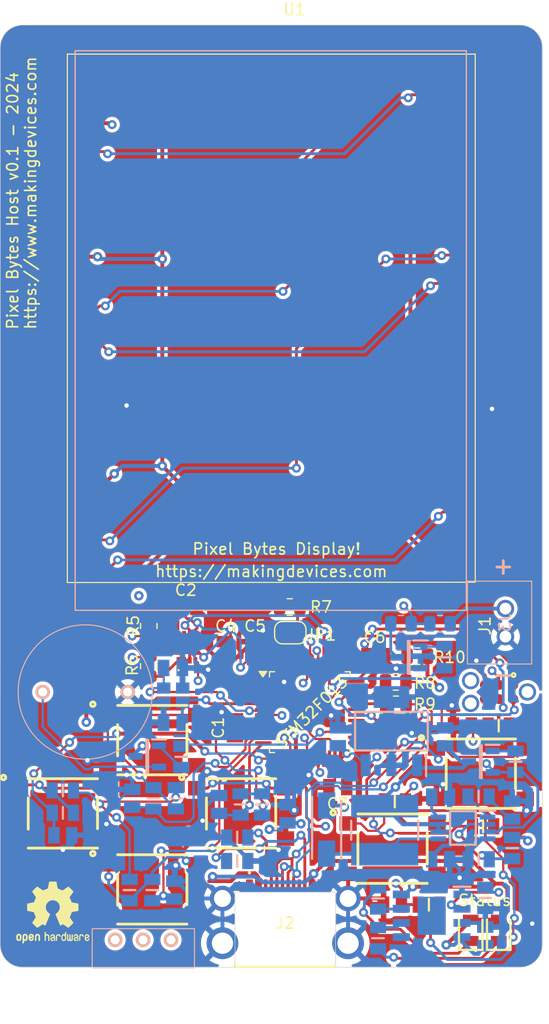
<source format=kicad_pcb>
(kicad_pcb (version 20240108) (generator "pcbnew") (generator_version "8.0")
  (layers (0 "F.Cu" signal) (1 "In1.Cu" signal) (2 "In2.Cu" signal) (31 "B.Cu" signal) (34 "B.Paste" user) (35 "F.Paste" user) (36 "B.SilkS" user "B.Silkscreen") (37 "F.SilkS" user "F.Silkscreen") (38 "B.Mask" user) (39 "F.Mask" user) (44 "Edge.Cuts" user))
  (net 0 "")
  (net 1 "uc_supply")
  (net 2 "OSC2")
  (net 3 "OSC1")
  (net 4 "In_Vcc")
  (net 5 "Vgnd_main")
  (net 6 "BMS_Vcc")
  (net 7 "Net-(C18-Pad2)")
  (net 8 "Net-(IC3-SS)")
  (net 9 "display_main")
  (net 10 "Net-(IC3-COMP)")
  (net 11 "Net-(LED_green_bms1-K)")
  (net 12 "Net-(IC_BMS_TP1-PROG)")
  (net 13 "Net-(IC_BMS_TP1-~{STDBY})")
  (net 14 "Net-(IC_BMS_TP1-~{CHRG})")
  (net 17 "Net-(IC3-FB)")
  (net 18 "uc_enable_display")
  (net 19 "Net-(LED_Red_bms1-K)")
  (net 20 "Net-(D1-A)")
  (net 21 "C_BAT+")
  (net 22 "SWDIO")
  (net 23 "reset")
  (net 24 "SWCLK")
  (net 27 "Net-(J2-CC1)")
  (net 28 "Net-(J2-CC2)")
  (net 29 "Net-(JP1-B)")
  (net 30 "Net-(Q1-Pad3)")
  (net 31 "meas_bat_en")
  (net 32 "bat_meas")
  (net 33 "ISDS_SCL")
  (net 34 "ISDS_SDA")
  (net 35 "Net-(U2-PA12)")
  (net 36 "USB_D+")
  (net 37 "USB_D-")
  (net 38 "Net-(U2-PA11)")
  (net 39 "Net-(R11-Pad2)")
  (net 40 "Net-(R13-Pad2)")
  (net 41 "Net-(R14-Pad1)")
  (net 42 "Net-(R17-Pad2)")
  (net 43 "Net-(R19-Pad2)")
  (net 44 "Net-(R20-Pad2)")
  (net 45 "Net-(LS1-+)")
  (net 46 "Net-(U1-Vdi_s5)")
  (net 47 "Net-(U1-Vdi_s3)")
  (net 48 "Net-(U1-Vdi_s2)")
  (net 50 "Net-(U1-Vdi_s6)")
  (net 51 "Net-(U1-Vdi_s4)")
  (net 52 "PWM_display")
  (net 55 "Buzzer")
  (net 63 "S_b")
  (net 64 "S_a")
  (net 65 "S_right")
  (net 66 "S_left")
  (net 67 "S_down")
  (net 68 "S_up")
  (net 71 "ISDS_int_0")
  (net 75 "ISDS_int_1")
  (net 78 "Net-(Q1-Pad1)")
  (net 79 "Net-(Q2-Pad1)")
  (net 80 "Net-(Q3-Pad1)")
  (net 82 "Vdc_battery")
  (footprint "SamacSys_Parts:LEDC2012X90N" (layer "F.Cu") (at 155.0925 127.2 90)
    (property "Reference" "LED_Red_bms1" (hide yes))
    (property "Value" "LTST-C171GKT" (hide yes))
  )
  (footprint "SamacSys_Parts:LEDC2012X90N" (layer "F.Cu") (at 157.6 127.2 90)
    (property "Reference" "LED_green_bms1" (hide yes))
    (property "Value" "LTST-C171GKT" (hide yes))
  )
  (footprint "SamacSys_Parts:RESC2012X65N" (layer "F.Cu") (at 156.2 117.9)
    (property "Reference" "R21" (hide yes))
    (property "Value" "10k" (hide yes))
  )
  (footprint "SamacSys_Parts:RESC2012X65N" (layer "F.Cu") (at 148.299935 115.678635)
    (property "Reference" "R22" (hide yes))
    (property "Value" "10k" (hide yes))
  )
  (footprint "Resistor_SMD:R_0805_2012Metric" (layer "F.Cu") (at 148.3875 105)
    (property "Reference" "R8")
    (property "Value" "20")
  )
  (footprint "SamacSys_Parts:CAPC2012X140N" (layer "F.Cu") (at 143.2 114.4)
    (property "Reference" "C3")
    (property "Value" "100nF" (hide yes))
  )
  (footprint "User_lib:RESC2012X75N" (layer "F.Cu") (at 151.349935 124.9)
    (property "Reference" "R20" (hide yes))
    (property "Value" "10k" (hide yes))
  )
  (footprint "Symbol:OSHW-Logo2_7.3x6mm_SilkScreen" (layer "F.Cu") (at 117.7 125.6)
    (property "Reference" "REF**" (hide yes))
    (property "Value" "OSHW-Logo2_7.3x6mm_SilkScreen" (hide yes))
  )
  (footprint "User_lib:TC2030-MCP-NL" (layer "F.Cu") (at 157.63 105.9 180)
    (property "Reference" "J1")
    (property "Value" "TC2030-MCP-NL" (hide yes))
  )
  (footprint "User_lib:430182070816" (layer "F.Cu") (at 156 113.2)
    (property "Reference" "S_b1" (hide yes))
    (property "Value" "430182050816" (hide yes))
  )
  (footprint "SamacSys_Parts:CAPC2012X140N" (layer "F.Cu") (at 133.088 102.2 90)
    (property "Reference" "C4")
    (property "Value" "100nF" (hide yes))
  )
  (footprint "Resistor_SMD:R_0805_2012Metric" (layer "F.Cu") (at 138.9 98.3)
    (property "Reference" "R7")
    (property "Value" "10K")
  )
  (footprint "Resistor_SMD:R_0805_2012Metric" (layer "F.Cu") (at 126.288 100 -90)
    (property "Reference" "R5")
    (property "Value" "10K")
  )
  (footprint "Resistor_SMD:R_0805_2012Metric" (layer "F.Cu") (at 148.4 107 180)
    (property "Reference" "R9")
    (property "Value" "20")
  )
  (footprint "User_lib:430182070816" (layer "F.Cu") (at 118.6 116.75)
    (property "Reference" "S_left1" (hide yes))
    (property "Value" "430182050816" (hide yes))
  )
  (footprint "SamacSys_Parts:CAPC2012X140N" (layer "F.Cu") (at 134 109.1 -90)
    (property "Reference" "C1")
    (property "Value" "4u7" (hide yes))
  )
  (footprint "Resistor_SMD:R_0805_2012Metric" (layer "F.Cu") (at 126.288 103.5875 -90)
    (property "Reference" "R6")
    (property "Value" "10K")
  )
  (footprint "Resistor_SMD:R_0805_2012Metric" (layer "F.Cu") (at 150.3125 102.7 180)
    (property "Reference" "R10")
    (property "Value" "4k7")
  )
  (footprint "SamacSys_Parts:CAPC2012X140N" (layer "F.Cu") (at 135.8 102.2 -90)
    (property "Reference" "C5")
    (property "Value" "100nF" (hide yes))
  )
  (footprint "User_lib:CAPC2012X140N" (layer "F.Cu") (at 154.35 108.9 180)
    (property "Reference" "C13" (hide yes))
    (property "Value" "100nF" (hide yes))
  )
  (footprint "User_3:2536030320001" (layer "F.Cu") (at 129.7 101.9 90)
    (property "Reference" "IC1" (hide yes))
    (property "Value" "2536030320001" (hide yes))
  )
  (footprint "Package_QFP:LQFP-48_7x7mm_P0.5mm" (layer "F.Cu") (at 140.7 107.7)
    (property "Reference" "U2" (hide yes))
    (property "Value" "STM32F103CBTx" (hide yes))
  )
  (footprint "Jumper:SolderJumper-2_P1.3mm_Open_RoundedPad1.0x1.5mm" (layer "F.Cu") (at 138.95 100.6)
    (property "Reference" "JP1")
    (property "Value" "SolderJumper_2_Open")
  )
  (footprint "SamacSys_Parts:2169900003" (layer "F.Cu") (at 138.5 127.2)
    (property "Reference" "J2")
    (property "Value" "Type - C" (hide yes))
  )
  (footprint "User_lib:CAPC2012X140N" (layer "F.Cu") (at 148.099935 124.9 180)
    (property "Reference" "C14" (hide yes))
    (property "Value" "100nF" (hide yes))
  )
  (footprint "SamacSys_Parts:CAPC2012X140N" (layer "F.Cu") (at 146.6 102.7 180)
    (property "Reference" "C6")
    (property "Value" "100nF" (hide yes))
  )
  (footprint "User_lib:430182070816" (layer "F.Cu") (at 134.55 116.75)
    (property "Reference" "S_right1" (hide yes))
    (property "Value" "430182050816" (hide yes))
  )
  (footprint "User_lib:430182070816" (layer "F.Cu") (at 126.6 123.54273)
    (property "Reference" "S_down1" (hide yes))
    (property "Value" "430182050816" (hide yes))
  )
  (footprint "User_lib:RESC2012X75N" (layer "F.Cu") (at 157.6 108.9)
    (property "Reference" "R19" (hide yes))
    (property "Value" "10k" (hide yes))
  )
  (footprint "SamacSys_Parts:CAPC2012X140N" (layer "F.Cu") (at 129.7 98.3 180)
    (property "Reference" "C2")
    (property "Value" "4u7" (hide yes))
  )
  (footprint "pixelbytesdisplay:pixelbytesdisplay" (layer "F.Cu") (at 133.224 57.61)
    (property "Reference" "U1")
    (property "Value" "Pixel Bytes Display")
  )
  (footprint "User_lib:430182070816" (layer "F.Cu") (at 126.6 110.2)
    (property "Reference" "S_up1" (hide yes))
    (property "Value" "430182050816" (hide yes))
  )
  (footprint "User_lib:430182070816" (layer "F.Cu") (at 148.1 119.9)
    (property "Reference" "S_a1" (hide yes))
    (property "Value" "430182050816" (hide yes))
  )
  (footprint "SamacSys_Parts:CAPC2012X145N" (layer "B.Cu") (at 156.4 127.74 90)
    (property "Reference" "C15" (hide yes))
    (property "Value" "10uF" (hide yes))
  )
  (footprint "SamacSys_Parts:CAPC2012X145N" (layer "B.Cu") (at 128.45 108.65)
    (property "Reference" "C8" (hide yes))
    (property "Value" "22pF" (hide yes))
  )
  (footprint "SamacSys_Parts:CAPC2012X145N" (layer "B.Cu") (at 128.45 103.75 180)
    (property "Reference" "C7" (hide yes))
    (property "Value" "22pF" (hide yes))
  )
  (footprint "SamacSys_Parts:SOIC127P600X175-9N" (layer "B.Cu") (at 151.6 125.9 180)
    (property "Reference" "IC_BMS_TP1" (hide yes))
    (property "Value" "TP4056-42-ESOP8" (hide yes))
  )
  (footprint "SamacSys_Parts:TMB12A05" (layer "B.Cu") (at 116.8 105.9 90)
    (property "Reference" "LS1" (hide yes))
    (property "Value" "TMB12A05" (hide yes))
  )
  (footprint "SamacSys_Parts:SOT96P237X111-3N" (layer "B.Cu") (at 126.15 111.645 180)
    (property "Reference" "Q2" (hide yes))
    (property "Value" "SMMBT5551LT1G" (hide yes))
  )
  (footprint "SamacSys_Parts:RESC2012X65N" (layer "B.Cu") (at 129.2 111.695 -90)
    (property "Reference" "R4" (hide yes))
    (property "Value" "4k7" (hide yes))
  )
  (footprint "SamacSys_Parts:RESC2012X65N" (layer "B.Cu") (at 118.6 114.7)
    (property "Reference" "R12" (hide yes))
    (property "Value" "10k" (hide yes))
  )
  (footprint "SamacSys_Parts:RESC2012X65N" (layer "B.Cu") (at 124.57 123.6 90)
    (property "Reference" "R16" (hide yes))
    (property "Value" "10k" (hide yes))
  )
  (footprint "SamacSys_Parts:RESC2012X65N" (layer "B.Cu") (at 126.7 115.4 -90)
    (property "Reference" "R15" (hide yes))
    (property "Value" "10k" (hide yes))
  )
  (footprint "SamacSys_Parts:RESC2012X65N" (layer "B.Cu") (at 136.425 115.95 -90)
    (property "Reference" "R18" (hide yes))
    (property "Value" "10k" (hide yes))
  )
  (footprint "SamacSys_Parts:RESC2012X65N" (layer "B.Cu") (at 146.8 127.9 -90)
    (property "Reference" "R25" (hide yes))
    (property "Value" "1k" (hide yes))
  )
  (footprint "SamacSys_Parts:RESC2012X65N" (layer "B.Cu") (at 146.8 124.35 90)
    (property "Reference" "R26" (hide yes))
    (property "Value" "1k" (hide yes))
  )
  (footprint "SamacSys_Parts:RESC2012X65N" (layer "B.Cu") (at 156.4 124.3 90)
    (property "Reference" "R23" (hide yes))
    (property "Value" "2k" (hide yes))
  )
  (footprint "SamacSys_Parts:RESC2012X65N" (layer "B.Cu") (at 134.2 118.9)
    (property "Reference" "R27" (hide yes))
    (property "Value" "5.1k" (hide yes))
  )
  (footprint "SamacSys_Parts:K31260DL1" (layer "B.Cu") (at 123.275 128.05)
    (property "Reference" "SW_Toggle1" (hide yes))
    (property "Value" "K3-1260D-L1" (hide yes))
  )
  (footprint "User_lib:SRN6045_1" (layer "B.Cu") (at 147.4 118.25 90)
    (property "Reference" "L1" (hide yes))
    (property "Value" "4.7uH" (hide yes))
  )
  (footprint "SamacSys_Parts:SOT96P237X111-3N" (layer "B.Cu") (at 156.000065 112.124365 180)
    (property "Reference" "Q3" (hide yes))
    (property "Value" "SMMBT5551LT1G" (hide yes))
  )
  (footprint "User_lib:CAPC2012X140N" (layer "B.Cu") (at 138.7 116.8 -90)
    (property "Reference" "C21" (hide yes))
    (property "Value" "47uF" (hide yes))
  )
  (footprint "Resistor_SMD:R_0805_2012Metric" (layer "B.Cu") (at 148.85 99.8)
    (property "Reference" "R3" (hide yes))
    (property "Value" "20K")
  )
  (footprint "SamacSys_Parts:RESC2012X65N" (layer "B.Cu") (at 152.75 102.8 90)
    (property "Reference" "R1" (hide yes))
    (property "Value" "4k7" (hide yes))
  )
  (footprint "User_lib:RESC2012X75N" (layer "B.Cu") (at 118.6 116.7)
    (property "Reference" "R11" (hide yes))
    (property "Value" "10k" (hide yes))
  )
  (footprint "User_lib:RESC2012X75N" (layer "B.Cu") (at 126.6 123.6 90)
    (property "Reference" "R13" (hide yes))
    (property "Value" "10k" (hide yes))
  )
  (footprint "User_lib:CAPC2012X140N" (layer "B.Cu") (at 132.575 115.95 90)
    (property "Reference" "C12" (hide yes))
    (property "Value" "100nF" (hide yes))
  )
  (footprint "User_lib:RESC2012X75N" (layer "B.Cu") (at 155.8 120.85 180)
    (property "Reference" "R30" (hide yes))
    (property "Value" "27k" (hide yes))
  )
  (footprint "User_lib:RESC2012X75N" (layer "B.Cu") (at 134.5 115.95 90)
    (property "Reference" "R17" (hide yes))
    (property "Value" "10k" (hide yes))
  )
  (footprint "User_3:B2BXH2LFSN" (layer "B.Cu") (at 158.2 98.45 -90)
    (property "Reference" "J3")
    (property "Value" "B2B-XH-2__LF__SN_" (hide yes))
  )
  (footprint "Resistor_SMD:R_0805_2012Metric" (layer "B.Cu") (at 152.35 99.8)
    (property "Reference" "R2" (hide yes))
    (property "Value" "20K")
  )
  (footprint "User_lib:CAPC2012X140N" (layer "B.Cu") (at 152.4 120.85 180)
    (property "Reference" "C19" (hide yes))
    (property "Value" "22uF" (hide yes))
  )
  (footprint "User_lib:RESC2012X75N" (layer "B.Cu") (at 158.8 119.85 -90)
    (property "Reference" "R29" (hide yes))
    (property "Value" "82k" (hide yes))
  )
  (footprint "User_lib:RESC2012X75N" (layer "B.Cu") (at 128.705 115.4 90)
    (property "Reference" "R14" (hide yes))
    (property "Value" "10k" (hide yes))
  )
  (footprint "User_lib:CAPC2012X140N" (layer "B.Cu") (at 158.8 116.45 -90)
    (property "Reference" "C18" (hide yes))
    (property "Value" "820pF" (hide yes))
  )
  (footprint "User_lib:CAPC2012X140N" (layer "B.Cu") (at 152.4 115.25 180)
    (property "Reference" "C20" (hide yes))
    (property "Value" "100nF" (hide yes))
  )
  (footprint "User_lib:SOP65P490X110-8N" (layer "B.Cu") (at 154.4 118.05 180)
    (property "Reference" "IC3" (hide yes))
    (property "Value" "TPS61085TDGKR" (hide yes))
  )
  (footprint "SamacSys_Parts:CAPC2012X140N" (layer "B.Cu") (at 152.8 109.905 90)
    (property "Reference" "C16" (hide yes))
    (property "Value" "100nF" (hide yes))
  )
  (footprint "SamacSys_Parts:SOT230P700X180-4N" (layer "B.Cu") (at 148 109.4 90)
    (property "Reference" "IC2" (hide yes))
    (property "Value" "TC1108-2.8VDBTR" (hide yes))
  )
  (footprint "User_lib:RESC2012X75N" (layer "B.Cu") (at 155.8 115.25)
    (property "Reference" "R28" (hide yes))
    (property "Value" "44.2k" (hide yes))
  )
  (footprint "User_lib:CX2520DB12000D0GPSC1" (layer "B.Cu") (at 128.475 106.2)
    (property "Reference" "Y1" (hide yes))
    (property "Value" "CX2520DB12000D0GPSC1" (hide yes))
  )
  (footprint "SamacSys_Parts:RESC2012X65N" (layer "B.Cu") (at 134.2 121)
    (property "Reference" "R31" (hide yes))
    (property "Value" "5.1k" (hide yes))
  )
  (footprint "SamacSys_Parts:CAPC2012X140N" (layer "B.Cu") (at 143.2 109.905 90)
    (property "Reference" "C17" (hide yes))
    (property "Value" "100nF" (hide yes))
  )
  (footprint "User_3:DIOM5226X240N" (layer "B.Cu") (at 142.2 118.2 -90)
    (property "Reference" "D1" (hide yes))
    (property "Value" "B340LA-13-F" (hide yes))
  )
  (footprint "User_lib:CAPC2012X140N" (layer "B.Cu") (at 128.57 123.6 90)
    (property "Reference" "C10" (hide yes))
    (property "Value" "100nF" (hide yes))
  )
  (footprint "User_lib:CAPC2012X140N" (layer "B.Cu") (at 124.805 115.4 -90)
    (property "Reference" "C11" (hide yes))
    (property "Value" "100nF" (hide yes))
  )
  (footprint "SamacSys_Parts:RESC2012X65N" (layer "B.Cu") (at 159.100065 112.124365 90)
    (property "Reference" "R24" (hide yes))
    (property "Value" "4k7" (hide yes))
  )
  (footprint "SamacSys_Parts:SOT96P237X111-3N" (layer "B.Cu") (at 149.55 102.8 180)
    (property "Reference" "Q1" (hide yes))
    (property "Value" "SMMBT5551LT1G" (hide yes))
  )
  (footprint "User_lib:CAPC2012X140N" (layer "B.Cu") (at 118.6 118.7)
    (property "Reference" "C9" (hide yes))
    (property "Value" "100nF" (hide yes))
  )
  (gr_line (start 154.7 48.6) (end 154.7 98.6) (stroke (width 0.12)) (layer "B.SilkS"))
  (gr_line (start 154.7 98.6) (end 119.7 98.6) (stroke (width 0.12)) (layer "B.SilkS"))
  (gr_line (start 119.7 48.6) (end 119.7 98.6) (stroke (width 0.12)) (layer "B.SilkS"))
  (gr_line (start 154.7 48.6) (end 119.7 48.6) (stroke (width 0.12)) (layer "B.SilkS"))
  (gr_line (start 113 128.5) (end 113 48.3) (stroke (width 0.05)) (layer "Edge.Cuts"))
  (gr_line (start 159.5 46.3) (end 115 46.3) (stroke (width 0.05)) (layer "Edge.Cuts"))
  (gr_arc (start 159.5 46.3) (mid 160.914214 46.885786) (end 161.5 48.3) (stroke (width 0.05)) (layer "Edge.Cuts"))
  (gr_line (start 134 130.5) (end 134 123.8) (stroke (width 0.05)) (layer "Edge.Cuts"))
  (gr_arc (start 161.5 128.5) (mid 160.914214 129.914214) (end 159.5 130.5) (stroke (width 0.05)) (layer "Edge.Cuts"))
  (gr_arc (start 115 130.5) (mid 113.585786 129.914214) (end 113 128.5) (stroke (width 0.05)) (layer "Edge.Cuts"))
  (gr_line (start 143 130.5) (end 143 123.8) (stroke (width 0.05)) (layer "Edge.Cuts"))
  (gr_line (start 134 123.8) (end 143 123.8) (stroke (width 0.05)) (layer "Edge.Cuts"))
  (gr_line (start 161.5 128.5) (end 161.5 48.3) (stroke (width 0.05)) (layer "Edge.Cuts"))
  (gr_line (start 134 130.5) (end 115 130.5) (stroke (width 0.05)) (layer "Edge.Cuts"))
  (gr_arc (start 113 48.3) (mid 113.585786 46.885786) (end 115 46.3) (stroke (width 0.05)) (layer "Edge.Cuts"))
  (gr_line (start 159.5 130.5) (end 143 130.5) (stroke (width 0.05)) (layer "Edge.Cuts"))
  (gr_text "+" (at 159.1 95.5 0) (layer "B.SilkS") (effects (font (size 1.5 1.5) (thickness 0.25) (bold yes)) (justify left bottom mirror)))
  (gr_text "-" (at 159.1 105.2 0) (layer "B.SilkS") (effects (font (size 1.5 1.5) (thickness 0.25) (bold yes)) (justify left bottom mirror)))
  (gr_text "STM32F013" (at 138.2 111.2 45) (layer "F.SilkS") (effects (font (size 1 1)) (justify left bottom)))
  (gr_text "Status" (at 153.9 125.1 0) (layer "F.SilkS") (effects (font (size 1 1)) (justify left bottom)))
  (gr_text "Pixel Bytes Host v0.1 - 2024\nhttps://www.makingdevices.com" (at 116.3 73.6 90) (layer "F.SilkS") (effects (font (size 1 1)) (justify left bottom)))
  (segment (start 158.9 105.265) (end 158.9 103.616116) (width 0.25) (layer "F.Cu") (net 1))
  (segment (start 136.5375 104.95) (end 136.5375 103.7375) (width 0.25) (layer "F.Cu") (net 1))
  (segment (start 123.4 117.1) (end 123.1 117.1) (width 0.2) (layer "F.Cu") (net 1))
  (segment (start 144.09259 104.95) (end 143.3 105.74259) (width 0.2) (layer "F.Cu") (net 1))
  (segment (start 142.45741 110.1) (end 141.2 110.1) (width 0.2) (layer "F.Cu") (net 1))
  (segment (start 130.0745 102.4) (end 129.95 102.5245) (width 0.25) (layer "F.Cu") (net 1))
  (segment (start 137.95 103.5375) (end 137.95 100.95) (width 0.25) (layer "F.Cu") (net 1))
  (segment (start 138.45 108.95) (end 139 108.4) (width 0.25) (layer "F.Cu") (net 1))
  (segment (start 135.9 115.1) (end 135.9 113.1) (width 0.2) (layer "F.Cu") (net 1))
  (segment (start 128.95 100.737) (end 128.95 101.238) (width 0.25) (layer "F.Cu") (net 1))
  (segment (start 128.95 103.063) (end 129.45 103.063) (width 0.25) (layer "F.Cu") (net 1))
  (segment (start 121.9 115.9) (end 122.1 115.7) (width 0.2) (layer "F.Cu") (net 1))
  (segment (start 133.6 100.888) (end 133.088 101.4) (width 0.25) (layer "F.Cu") (net 1))
  (segment (start 140.15 108.95) (end 139.3 108.1) (width 0.2) (layer "F.Cu") (net 1))
  (segment (start 132.3 111.2) (end 132.3 109.9) (width 0.2) (layer "F.Cu") (net 1))
  (segment (start 130.612 102.4) (end 130.8 102.4) (width 0.25) (layer "F.Cu") (net 1))
  (segment (start 136.025 103) (end 138.3 100.725) (width 0.25) (layer "F.Cu") (net 1))
  (segment (start 155.558884 100.275) (end 146.3 100.275) (width 0.25) (layer "F.Cu") (net 1))
  (segment (start 128.3 115.7) (end 128.7 115.3) (width 0.2) (layer "F.Cu") (net 1))
  (segment (start 149.249935 115.678635) (end 149.249935 115.050065) (width 0.2) (layer "F.Cu") (net 1))
  (segment (start 143.45 111.09259) (end 142.45741 110.1) (width 0.2) (layer "F.Cu") (net 1))
  (segment (start 139 108.4) (end 139 108.1) (width 0.25) (layer "F.Cu") (net 1))
  (segment (start 135.06 108.95) (end 134.11 109.9) (width 0.25) (layer "F.Cu") (net 1))
  (segment (start 137.95 103.5375) (end 136.5375 104.95) (width 0.25) (layer "F.Cu") (net 1))
  (segment (start 130.612 102.4) (end 130.0745 102.4) (width 0.25) (layer "F.Cu") (net 1))
  (segment (start 130.45 100.737) (end 130.45 100.35) (width 0.25) (layer "F.Cu") (net 1))
  (segment (start 140.7 109.6) (end 140.7 109.5) (width 0.2) (layer "F.Cu") (net 1))
  (segment (start 135.9 113.1) (end 136.1 112.9) (width 0.2) (layer "F.Cu") (net 1))
  (segment (start 128.9 98.3) (end 128.9 100.687) (width 0.25) (layer "F.Cu") (net 1))
  (segment (start 129.735 99.36) (end 128.9 98.525) (width 0.25) (layer "F.Cu") (net 1))
  (segment (start 139.3 108.1) (end 139 108.1) (width 0.2) (layer "F.Cu") (net 1))
  (segment (start 122.1 115.7) (end 128.3 115.7) (width 0.2) (layer "F.Cu") (net 1))
  (segment (start 140.7 109.5) (end 140.15 108.95) (width 0.2) (layer "F.Cu") (net 1))
  (segment (start 136.5 115.7) (end 135.9 115.1) (width 0.2) (layer "F.Cu") (net 1))
  (segment (start 135.8 103) (end 135.2 103) (width 0.2) (layer "F.Cu") (net 1))
  (segment (start 126.288 99.0875) (end 128.1125 99.0875) (width 0.25) (layer "F.Cu") (net 1))
  (segment (start 130.625 99.7) (end 130.3 99.7) (width 0.25) (layer "F.Cu") (net 1))
  (segment (start 130.625 99.7) (end 130.625 100.175) (width 0.25) (layer "F.Cu") (net 1))
  (segment (start 128.9 98.8) (end 128.9 98.3) (width 0.25) (layer "F.Cu") (net 1))
  (segment (start 149.249935 115.050065) (end 150 114.3) (width 0.2) (layer "F.Cu") (net 1))
  (segment (start 139 108.1) (end 139 106.3) (width 0.25) (layer "F.Cu") (net 1))
  (segment (start 145.8 102.7) (end 145.8 101.8) (width 0.25) (layer "F.Cu") (net 1))
  (segment (start 136.5375 103.7375) (end 135.8 103) (width 0.25) (layer "F.Cu") (net 1))
  (segment (start 130.3 99.7) (end 129.96 99.36) (width 0.25) (layer "F.Cu") (net 1))
  (segment (start 129.95 102.5245) (end 129.95 103.063) (width 0.25) (layer "F.Cu") (net 1))
  (segment (start 138.3 100.725) (end 138.3 100.6) (width 0.25) (layer "F.Cu") (net 1))
  (segment (start 145.8 101.8) (end 145.6 101.6) (width 0.25) (layer "F.Cu") (net 1))
  (segment (start 157.15 117.25) (end 157.15 117.9) (width 0.25) (layer "F.Cu") (net 1))
  (segment (start 145.8 104.0125) (end 145.8 102.7) (width 0.25) (layer "F.Cu") (net 1))
  (segment (start 128.95 101.238) (end 128.788 101.4) (width 0.25) (layer "F.Cu") (net 1))
  (segment (start 128.9 100.687) (end 128.95 100.737) (width 0.25) (layer "F.Cu") (net 1))
  (segment (start 128.9 98.525) (end 128.9 98.3) (width 0.25) (layer "F.Cu") (net 1))
  (segment (start 129.45 103.063) (end 129.95 103.063) (width 0.25) (layer "F.Cu") (net 1))
  (segment (start 135.2 103) (end 134.5 103.7) (width 0.2) (layer "F.Cu") (net 1))
  (segment (start 150.0713 116.5) (end 156.4 116.5) (width 0.25) (layer "F.Cu") (net 1))
  (segment (start 128.1125 99.0875) (end 128.9 98.3) (width 0.25) (layer "F.Cu") (net 1))
  (segment (start 144 112.4125) (end 143.45 111.8625) (width 0.2) (layer "F.Cu") (net 1))
  (segment (start 139 106.3) (end 138.45 105.75) (width 0.25) (layer "F.Cu") (net 1))
  (segment (start 133.1 112) (end 132.3 111.2) (width 0.2) (layer "F.Cu") (net 1))
  (segment (start 126.288 104.5) (end 127.513 104.5) (width 0.25) (layer "F.Cu") (net 1))
  (segment (start 143.5375 111.8625) (end 144 111.4) (width 0.2) (layer "F.Cu") (net 1))
  (segment (start 143.3 105.8) (end 140.15 108.95) (width 0.2) (layer "F.Cu") (net 1))
  (segment (start 143.3 105.74259) (end 143.3 105.8) (width 0.2) (layer "F.Cu") (net 1))
  (segment (start 135.8 103) (end 136.025 103) (width 0.25) (layer "F.Cu") (net 1))
  (segment (start 141.2 110.1) (end 140.7 109.6) (width 0.2) (layer "F.Cu") (net 1))
  (segment (start 136.5375 108.95) (end 135.06 108.95) (width 0.25) (layer "F.Cu") (net 1))
  (segment (start 144 114.4) (end 144 112.4125) (width 0.2) (layer "F.Cu") (net 1))
  (segment (start 132.3 109.9) (end 132.6 109.6) (width 0.2) (layer "F.Cu") (net 1))
  (segment (start 137.95 100.95) (end 138.3 100.6) (width 0.25) (layer "F.Cu") (net 1))
  (segment (start 132.6 109.6) (end 133.7 109.6) (width 0.2) (layer "F.Cu") (net 1))
  (segment (start 136.1 112.9) (end 136 113) (width 0.2) (layer "F.Cu") (net 1))
  (segment (start 143.45 111.8625) (end 143.45 111.09259) (width 0.2) (layer "F.Cu") (net 1))
  (segment (start 123.1 117.1) (end 121.9 115.9) (width 0.2) (layer "F.Cu") (net 1))
  (segment (start 133.6 100.3) (end 133.6 100.888) (width 0.25) (layer "F.Cu") (net 1))
  (segment (start 138.089339 105.75) (end 137.289339 104.95) (width 0.25) (layer "F.Cu") (net 1))
  (segment (start 136.5 116.1) (end 136.5 115.7) (width 0.2) (layer "F.Cu") (net 1))
  (segment (start 137.289339 104.95) (end 136.5375 104.95) (width 0.25) (layer "F.Cu") (net 1))
  (segment (start 133.7 109.6) (end 134 109.9) (width 0.2) (layer "F.Cu") (net 1))
  (segment (start 127.513 104.5) (end 128.95 103.063) (width 0.25) (layer "F.Cu") (net 1))
  (segment (start 149.249935 115.678635) (end 150.0713 116.5) (width 0.25) (layer "F.Cu") (net 1))
  (segment (start 144.8625 104.95) (end 145.8 104.0125) (width 0.25) (layer "F.Cu") (net 1))
  (segment (start 130.8 102.4) (end 131.2 102.8) (width 0.25) (layer "F.Cu") (net 1))
  (segment (start 158.9 103.616116) (end 155.558884 100.275) (width 0.25) (layer "F.Cu") (net 1))
  (segment (start 143.45 111.8625) (end 143.5375 111.8625) (width 0.2) (layer "F.Cu") (net 1))
  (segment (start 134.11 109.9) (end 134 109.9) (width 0.25) (layer "F.Cu") (net 1))
  (segment (start 136.5375 108.95) (end 138.45 108.95) (width 0.25) (layer "F.Cu") (net 1))
  (segment (start 138.45 105.75) (end 138.089339 105.75) (width 0.25) (layer "F.Cu") (net 1))
  (segment (start 129.96 99.36) (end 129.735 99.36) (width 0.25) (layer "F.Cu") (net 1))
  (segment (start 144.8625 104.95) (end 144.09259 104.95) (width 0.2) (layer "F.Cu") (net 1))
  (segment (start 130.625 100.175) (end 130.45 100.35) (width 0.25) (layer "F.Cu") (net 1))
  (segment (start 156.4 116.5) (end 157.15 117.25) (width 0.25) (layer "F.Cu") (net 1))
  (via (at 128.7 115.3) (size 0.8) (drill 0.4) (layers "F.Cu" "B.Cu") (net 1))
  (via (at 133.6 100.3) (size 0.8) (drill 0.4) (layers "F.Cu" "B.Cu") (net 1))
  (via (at 134.5 103.7) (size 0.8) (drill 0.4) (layers "F.Cu" "B.Cu") (net 1))
  (via (at 123.4 117.1) (size 0.8) (drill 0.4) (layers "F.Cu" "B.Cu") (net 1))
  (via (at 133.1 112) (size 0.8) (drill 0.4) (layers "F.Cu" "B.Cu") (net 1))
  (via (at 146.7 111.7) (size 0.8) (drill 0.4) (layers "F.Cu" "B.Cu") (net 1))
  (via (at 130.625 99.7) (size 0.8) (drill 0.4) (layers "F.Cu" "B.Cu") (net 1))
  (via (at 144 111.4) (size 0.8) (drill 0.4) (layers "F.Cu" "B.Cu") (net 1))
  (via (at 121.9 115.9) (size 0.8) (drill 0.4) (layers "F.Cu" "B.Cu") (net 1))
  (via (at 150 114.3) (size 0.8) (drill 0.4) (layers "F.Cu" "B.Cu") (net 1))
  (via (at 146.3 100.275) (size 0.8) (drill 0.4) (layers "F.Cu" "B.Cu") (net 1))
  (via (at 145.6 101.6) (size 0.8) (drill 0.4) (layers "F.Cu" "B.Cu") (net 1))
  (via (at 136.5 116.1) (size 0.8) (drill 0.4) (layers "F.Cu" "B.Cu") (net 1))
  (via (at 131.2 102.8) (size 0.8) (drill 0.4) (layers "F.Cu" "B.Cu") (net 1))
  (via (at 136.1 112.9) (size 0.8) (drill 0.4) (layers "F.Cu" "B.Cu") (net 1))
  (segment (start 119.55 114.9) (end 120.9 114.9) (width 0.2) (layer "B.Cu") (net 1))
  (segment (start 131.225 100.3) (end 130.625 99.7) (width 0.25) (layer "B.Cu") (net 1))
  (segment (start 146.3 100.9) (end 145.6 101.6) (width 0.25) (layer "B.Cu") (net 1))
  (segment (start 136.425 116.9) (end 136.425 116.175) (width 0.2) (layer "B.Cu") (net 1))
  (segment (start 144 111.4) (end 143.895 111.4) (width 0.2) (layer "B.Cu") (net 1))
  (segment (start 143.895 111.4) (end 143.2 110.705) (width 0.2) (layer "B.Cu") (net 1))
  (segment (start 133.6 100.4) (end 133.6 100.3) (width 0.25) (layer "B.Cu") (net 1))
  (segment (start 146.3 100.275) (end 146.3 100.9) (width 0.25) (layer "B.Cu") (net 1))
  (segment (start 124.57 122.65) (end 124.57 118.27) (width 0.2) (layer "B.Cu") (net 1))
  (segment (start 144.65 111.4) (end 145.7 112.45) (width 0.2) (layer "B.Cu") (net 1))
  (segment (start 145.7 112.45) (end 145.95 112.45) (width 0.2) (layer "B.Cu") (net 1))
  (segment (start 120.9 114.9) (end 121.9 115.9) (width 0.2) (layer "B.Cu") (net 1))
  (segment (start 131.2 102.8) (end 133.6 100.4) (width 0.25) (layer "B.Cu") (net 1))
  (segment (start 128.7 115.3) (end 128.7 114.455) (width 0.2) (layer "B.Cu") (net 1))
  (segment (start 144 111.4) (end 144.65 111.4) (width 0.2) (layer "B.Cu") (net 1))
  (segment (start 134 112.9) (end 133.1 112) (width 0.2) (layer "B.Cu") (net 1))
  (segment (start 124.57 118.27) (end 123.4 117.1) (width 0.2) (layer "B.Cu") (net 1))
  (segment (start 145.95 112.45) (end 146.7 111.7) (width 0.2) (layer "B.Cu") (net 1))
  (segment (start 133.6 100.3) (end 131.225 100.3) (width 0.25) (layer "B.Cu") (net 1))
  (segment (start 134.5 103.7) (end 134.5 101.2) (width 0.2) (layer "B.Cu") (net 1))
  (segment (start 128.7 114.455) (end 128.705 114.45) (width 0.2) (layer "B.Cu") (net 1))
  (segment (start 136.1 112.9) (end 134 112.9) (width 0.2) (layer "B.Cu") (net 1))
  (segment (start 136.425 116.175) (end 136.5 116.1) (width 0.2) (layer "B.Cu") (net 1))
  (segment (start 134.5 101.2) (end 133.6 100.3) (width 0.2) (layer "B.Cu") (net 1))
  (segment (start 126.4 105.9) (end 132.4 105.9) (width 0.2) (layer "F.Cu") (net 2))
  (segment (start 135.295158 107.574999) (end 136.412501 107.574999) (width 0.2) (layer "F.Cu") (net 2))
  (segment (start 136.412501 107.574999) (end 136.5375 107.45) (width 0.2) (layer "F.Cu") (net 2))
  (segment (start 132.4 105.9) (end 132.7 106.2) (width 0.2) (layer "F.Cu") (net 2))
  (via (at 135.295158 107.574999) (size 0.8) (drill 0.4) (layers "F.Cu" "B.Cu") (net 2))
  (via (at 126.4 105.9) (size 0.8) (drill 0.4) (layers "F.Cu" "B.Cu") (net 2))
  (via (at 132.7 106.2) (size 0.8) (drill 0.4) (layers "F.Cu" "B.Cu") (net 2))
  (segment (start 127.625 105.55) (end 126.75 105.55) (width 0.2) (layer "B.Cu") (net 2))
  (segment (start 132.7 106.2) (end 134.074999 107.574999) (width 0.2) (layer "B.Cu") (net 2))
  (segment (start 126.75 105.55) (end 126.4 105.9) (width 0.2) (layer "B.Cu") (net 2))
  (segment (start 127.625 103.765) (end 127.61 103.75) (width 0.2) (layer "B.Cu") (net 2))
  (segment (start 134.074999 107.574999) (end 135.295158 107.574999) (width 0.2) (layer "B.Cu") (net 2))
  (segment (start 127.625 105.55) (end 127.625 103.765) (width 0.2) (layer "B.Cu") (net 2))
  (segment (start 131.75 106.95) (end 131.4 106.6) (width 0.25) (layer "F.Cu") (net 3))
  (segment (start 136.5375 106.95) (end 131.75 106.95) (width 0.25) (layer "F.Cu") (net 3))
  (via (at 131.4 106.6) (size 0.8) (drill 0.4) (layers "F.Cu" "B.Cu") (net 3))
  (segment (start 129.29 108.65) (end 129.29 106.885) (width 0.25) (layer "B.Cu") (net 3))
  (segment (start 129.575 106.6) (end 129.325 106.85) (width 0.25) (layer "B.Cu") (net 3))
  (segment (start 131.4 106.6) (end 129.575 106.6) (width 0.25) (layer "B.Cu") (net 3))
  (segment (start 129.29 106.885) (end 129.325 106.85) (width 0.25) (layer "B.Cu") (net 3))
  (via (at 148.362347 114.387653) (size 0.85) (drill 0.4) (layers "F.Cu" "B.Cu") (net 4))
  (segment (start 151.6 120.85) (end 151.6 120.625) (width 0.35) (layer "B.Cu") (net 4))
  (segment (start 153.275 119.625) (end 153.275 118.5) (width 0.35) (layer "B.Cu") (net 4))
  (segment (start 152.2 117.725) (end 149.025 117.725) (width 0.35) (layer "B.Cu") (net 4))
  (segment (start 147.4 115.35) (end 150.3 112.45) (width 0.35) (layer "B.Cu") (net 4))
  (segment (start 153.15 118.375) (end 152.2 118.375) (width 0.35) (layer "B.Cu") (net 4))
  (segment (start 149.025 117.725) (end 147.4 116.1) (width 0.35) (layer "B.Cu") (net 4))
  (segment (start 152.2 118.375) (end 152.2 117.725) (width 0.35) (layer "B.Cu") (net 4))
  (segment (start 152.6 119.625) (end 153.275 119.625) (width 0.35) (layer "B.Cu") (net 4))
  (segment (start 150.525 112.675) (end 154.39943 112.675) (width 0.35) (layer "B.Cu") (net 4))
  (segment (start 154.950065 112.124365) (end 154.219365 112.124365) (width 0.35) (layer "B.Cu") (net 4))
  (segment (start 154.219365 112.124365) (end 152.8 110.705) (width 0.35) (layer "B.Cu") (net 4))
  (segment (start 147.4 116.1) (end 147.4 115.35) (width 0.35) (layer "B.Cu") (net 4))
  (segment (start 153.275 118.5) (end 153.15 118.375) (width 0.35) (layer "B.Cu") (net 4))
  (segment (start 150.3 112.45) (end 150.525 112.675) (width 0.35) (layer "B.Cu") (net 4))
  (segment (start 154.39943 112.675) (end 154.950065 112.124365) (width 0.35) (layer "B.Cu") (net 4))
  (segment (start 151.6 120.625) (end 152.6 119.625) (width 0.35) (layer "B.Cu") (net 4))
  (segment (start 144.8625 105.45) (end 145.85 105.45) (width 0.2) (layer "F.Cu") (net 5))
  (segment (start 152.612071 114.862929) (end 152.025 115.45) (width 0.35) (layer "F.Cu") (net 5))
  (segment (start 125.7 81) (end 125 81) (width 0.35) (layer "F.Cu") (net 5))
  (segment (start 115.5 54.280001) (end 115.5 67.747199) (width 0.35) (layer "F.Cu") (net 5))
  (segment (start 125.5 66.6) (end 122.7 69.4) (width 0.35) (layer "F.Cu") (net 5))
  (segment (start 157.1428 92.3572) (end 159.4 90.1) (width 0.35) (layer "F.Cu") (net 5))
  (segment (start 118.6 120) (end 117.6 119) (width 0.35) (layer "F.Cu") (net 5))
  (segment (start 131.2495 101.4) (end 131.4 101.2495) (width 0.35) (layer "F.Cu") (net 5))
  (segment (start 136.5 99.2) (end 137.4 98.3) (width 0.35) (layer "F.Cu") (net 5))
  (segment (start 141.406383 114.129331) (end 140.599406 113.322354) (width 0.35) (layer "F.Cu") (net 5))
  (segment (start 124.3 113.3) (end 125.1 114.1) (width 0.35) (layer "F.Cu") (net 5))
  (segment (start 142.97 123.2) (end 144.12 124.35) (width 0.35) (layer "F.Cu") (net 5))
  (segment (start 115.7 88.267199) (end 115.7 71.047201) (width 0.35) (layer "F.Cu") (net 5))
  (segment (start 137.9 119.625) (end 138.525 119) (width 0.35) (layer "F.Cu") (net 5))
  (segment (start 155.6 103.696016) (end 155.6 103.1) (width 0.35) (layer "F.Cu") (net 5))
  (segment (start 119 52.53) (end 123.03 52.53) (width 0.35) (layer "F.Cu") (net 5))
  (segment (start 117.250001 52.53) (end 115.5 54.280001) (width 0.35) (layer "F.Cu") (net 5))
  (segment (start 157.325999 55.07) (end 155.576 55.07) (width 0.35) (layer "F.Cu") (net 5))
  (segment (start 133.975 103) (end 133.088 103) (width 0.35) (layer "F.Cu") (net 5))
  (segment (start 132.188 103.9) (end 133.088 103) (width 0.35) (layer "F.Cu") (net 5))
  (segment (start 115.5 67.747199) (end 117.250001 69.4972) (width 0.35) (layer "F.Cu") (net 5))
  (segment (start 138.525 117.239998) (end 139.3 116.464998) (width 0.35) (layer "F.Cu") (net 5))
  (segment (start 155.576 92.3572) (end 157.325999 92.3572) (width 0.35) (layer "F.Cu") (net 5))
  (segment (start 145.85 105.45) (end 146.3 105) (width 0.2) (layer "F.Cu") (net 5))
  (segment (start 147.299935 124.675) (end 147.299935 124.9) (width 0.35) (layer "F.Cu") (net 5))
  (segment (start 141.406383 114.4) (end 141.406383 114.129331) (width 0.35) (layer "F.Cu") (net 5))
  (segment (start 160.3 95.331201) (end 160.3 98.85) (width 0.35) (layer "F.Cu") (net 5))
  (segment (start 119 52.53) (end 117.250001 52.53) (width 0.35) (layer "F.Cu") (net 5))
  (segment (start 141.7 123.2) (end 142.97 123.2) (width 0.35) (layer "F.Cu") (net 5))
  (segment (start 119.6 119) (end 122.575 119) (width 0.35) (layer "F.Cu") (net 5))
  (segment (start 155.576 92.3572) (end 157.1428 92.3572) (width 0.35) (layer "F.Cu") (net 5))
  (segment (start 146.3 104.025) (end 147.4 102.925) (width 0.2) (layer "F.Cu") (net 5))
  (segment (start 122.5 118.925) (end 122.575 119) (width 0.2) (layer "F.Cu") (net 5))
  (segment (start 157 80.6) (end 159.4 80.6) (width 0.35) (layer "F.Cu") (net 5))
  (segment (start 124.3 113.3) (end 123.475 113.3) (width 0.35) (layer "F.Cu") (net 5))
  (segment (start 131.43727 125.79273) (end 132.88 124.35) (width 0.35) (layer "F.Cu") (net 5))
  (segment (start 135.3 123.2) (end 134.03 123.2) (width 0.35) (layer "F.Cu") (net 5))
  (segment (start 130.575 119) (end 130.4 119) (width 0.35) (layer "F.Cu") (net 5))
  (segment (start 160.3 98.85) (end 158.2 100.95) (width 0.35) (layer "F.Cu") (net 5))
  (segment (start 138.45 103.5375) (end 138.45 104.95) (width 0.2) (layer "F.Cu") (net 5))
  (segment (start 146.749935 124.35) (end 144.12 124.35) (width 0.35) (layer "F.Cu") (net 5))
  (segment (start 152.075 122.15) (end 153.75 122.15) (width 0.35) (layer "F.Cu") (net 5))
  (segment (start 117.250001 69.4972) (end 115.7 71.047201) (width 0.35) (layer "F.Cu") (net 5))
  (segment (start 153.4 108.75) (end 153.55 108.9) (width 0.35) (layer "F.Cu") (net 5))
  (segment (start 146.3 105) (end 146.3 104.025) (width 0.2) (layer "F.Cu") (net 5))
  (segment (start 144.391365 124.078635) (end 144.12 124.35) (width 0.35) (layer "F.Cu") (net 5))
  (segment (start 159.4 74.009601) (end 157.325999 71.9356) (width 0.35) (layer "F.Cu") (net 5))
  (segment (start 131.125 113) (end 130.575 112.45) (width 0.35) (layer "F.Cu") (net 5))
  (segment (start 138.525 119) (end 138.525 117.239998) (width 0.35) (layer "F.Cu") (net 5))
  (segment (start 142.4 114.4) (end 141.406383 114.4) (width 0.35) (layer "F.Cu") (net 5))
  (segment (start 122.625 125.79273) (end 130.575 125.79273) (width 0.35) (layer "F.Cu") (net 5))
  (segment (start 130.9 101.4) (end 132.5 103) (width 0.35) (layer "F.Cu") (net 5))
  (segment (start 160.110254 116.495644) (end 160.110254 115.585254) (width 0.35) (layer "F.Cu") (net 5))
  (segment (start 125.7 72.4) (end 125.7 81) (width 0.35) (layer "F.Cu") (net 5))
  (segment (start 144.125 124.345) (end 144.12 124.35) (width 0.35) (layer "F.Cu") (net 5))
  (segment (start 130.612 101.4) (end 131.2495 101.4) (width 0.35) (layer "F.Cu") (net 5))
  (segment (start 136.5 100.4) (end 136.5 99.2) (width 0.35) (layer "F.Cu") (net 5))
  (segment (start 122.7 69.4) (end 122.6028 69.4972) (width 0.35) (layer "F.Cu") (net 5))
  (segment (start 130.612 101.4) (end 130.612 101.85) (width 0.35) (layer "F.Cu") (net 5))
  (segment (start 131.4 99.2) (end 130.5 98.3) (width 0.35) (layer "F.Cu") (net 5))
  (segment (start 142.95 111.8625) (end 142.95 113.85) (width 0.2) (layer "F.Cu") (net 5))
  (segment (start 156.36 104.456016) (end 155.6 103.696016) (width 0.35) (layer "F.Cu") (net 5))
  (segment (start 122.175 112) (end 122.625 112.45) (width 0.35) (layer "F.Cu") (net 5))
  (segment (start 119 89.8172) (end 117.250001 89.8172) (width 0.35) (layer "F.Cu") (net 5))
  (segment (start 152.612071 114.142775) (end 152.612071 114.862929) (width 0.35) (layer "F.Cu") (net 5))
  (segment (start 142.95 113.85) (end 142.4 114.4) (width 0.2) (layer "F.Cu") (net 5))
  (segment (start 134.15 108.45) (end 134 108.3) (width 0.2) (layer "F.Cu") (net 5))
  (segment (start 118.6 120) (end 119.6 119) (width 0.35) (layer "F.Cu") (net 5))
  (segment (start 123.475 113.3) (end 122.625 112.45) (width 0.35) (layer "F.Cu") (net 5))
  (segment (start 130.612 101.4) (end 130.9 101.4) (width 0.35) (layer "F.Cu") (net 5))
  (segment (start 152.025 115.45) (end 159.975 115.45) (width 0.35) (layer "F.Cu") (net 5))
  (segment (start 125.5 55) (end 125.5 66.6) (width 0.35) (layer "F.Cu") (net 5))
  (segment (start 147.4 102.925) (end 147.4 102.7) (width 0.2) (layer "F.Cu") (net 5))
  (segment (start 136.5375 108.45) (end 134.15 108.45) (width 0.2) (layer "F.Cu") (net 5))
  (segment (start 123.03 52.53) (end 125.5 55) (width 0.35) (layer "F.Cu") (net 5))
  (segment (start 125.7 86.8) (end 122.6828 89.8172) (width 0.35) (layer "F.Cu") (net 5))
  (segment (start 160.110254 115.585254) (end 159.975 115.45) (width 0.35) (layer "F.Cu") (net 5))
  (segment (start 135.8 101.4) (end 135.575 101.4) (width 0.35) (layer "F.Cu") (net 5))
  (segment (start 159.3 69.961599) (end 159.3 57.044001) (width 0.35) (layer "F.Cu") (net 5))
  (segment (start 147.4 102.8) (end 148.4 103.8) (width 0.2) (layer "F.Cu") (net 5))
  (segment (start 157.325999 71.9356) (end 159.3 69.961599) (width 0.35) (layer "F.Cu") (net 5))
  (segment (start 128.925 114.1) (end 130.575 112.45) (width 0.35) (layer "F.Cu") (net 5))
  (segment (start 132.5 103) (end 133.088 103) (width 0.35) (layer "F.Cu") (net 5))
  (segment (start 122.5 117.7) (end 122.5 118.925) (width 0.2) (layer "F.Cu") (net 5))
  (segment (start 159.4 80.6) (end 159.4 74.009601) (width 0.35) (layer "F.Cu") (net 5))
  (segment (start 125.7 81) (end 125.7 86.8) (width 0.35) (layer "F.Cu") (net 5))
  (segment (start 128.7 120.7) (end 128.7 121.4) (width 0.35) (layer "F.Cu") (net 5))
  (segment (start 117.250001 69.4972) (end 119 69.4972) (width 0.35) (layer "F.Cu") (net 5))
  (segment (start 120.8 112) (end 122.175 112) (width 0.35) (layer "F.Cu") (net 5))
  (segment (start 122.7 69.4) (end 125.7 72.4) (width 0.35) (layer "F.Cu") (net 5))
  (segment (start 130.575 125.79273) (end 131.43727 125.79273) (width 0.35) (layer "F.Cu") (net 5))
  (segment (start 122.6828 89.8172) (end 119 89.8172) (width 0.35) (layer "F.Cu") (net 5))
  (segment (start 131.4 101.2495) (end 131.4 99.2) (width 0.35) (layer "F.Cu") (net 5))
  (segment (start 130.4 119) (end 128.8 120.6) (width 0.35) (layer "F.Cu") (net 5))
  (segment (start 136.5 100.4) (end 136.5 100.7) (width 0.2) (layer "F.Cu") (net 5))
  (segment (start 159.4 90.1) (end 159.4 80.6) (width 0.35) (layer "F.Cu") (net 5))
  (segment (start 153.75 122.15) (end 154.1 122.5) (width 0.35) (layer "F.Cu") (net 5))
  (segment (start 144.125 122.15) (end 144.125 124.345) (width 0.35) (layer "F.Cu") (net 5))
  (segment (start 156.36 105.265) (end 156.36 104.456016) (width 0.35) (layer "F.Cu") (net 5))
  (segment (start 130.575 119) (end 130.575 117.925) (width 0.35) (layer "F.Cu") (net 5))
  (segment (start 157.325999 92.3572) (end 160.3 95.331201) (width 0.35) (layer "F.Cu") (net 5))
  (segment (start 117.6 119) (end 114.625 119) (width 0.35) (layer "F.Cu") (net 5))
  (segment (start 131.6 103.9) (end 132.188 103.9) (width 0.35) (layer "F.Cu") (net 5))
  (segment (start 134 108.3) (end 133.4 108.3) (width 0.2) (layer "F.Cu") (net 5))
  (segment (start 125 81) (end 124.3 80.3) (width 0.35) (layer "F.Cu") (net 5))
  (segment (start 134.03 123.2) (end 132.88 124.35) (width 0.35) (layer "F.Cu") (net 5))
  (segment (start 133.4 108.3) (end 132.8 107.7) (width 0.2) (layer "F.Cu") (net 5))
  (segment (start 159.3 57.044001) (end 157.325999 55.07) (width 0.35) (layer "F.Cu") (net 5))
  (segment (start 147.4 102.7) (end 147.4 102.8) (width 0.2) (layer "F.Cu") (net 5))
  (segment (start 135.575 101.4) (end 133.975 103) (width 0.35) (layer "F.Cu") (net 5))
  (segment (start 117.250001 89.8172) (end 115.7 88.267199) (width 0.35) (layer "F.Cu") (net 5))
  (segment (start 125.1 114.1) (end 128.925 114.1) (width 0.35) (layer "F.Cu") (net 5))
  (segment (start 131.5 113) (end 131.125 113) (width 0.35) (layer "F.Cu") (net 5))
  (segment (start 157.325999 71.9356) (end 155.576 71.9356) (width 0.35) (layer "F.Cu") (net 5))
  (segment (start 153.4 107.1) (end 153.4 108.75) (width 0.35) (layer "F.Cu") (net 5))
  (segment (start 136.5 100.7) (end 135.8 101.4) (width 0.2) (layer "F.Cu") (net 5))
  (segment (start 152.075 122.15) (end 144.125 122.15) (width 0.35) (layer "F.Cu") (net 5))
  (segment (start 128.8 120.6) (end 128.7 120.7) (width 0.35) (layer "F.Cu") (net 5))
  (segment (start 137.4 98.3) (end 137.9875 98.3) (width 0.35) (layer "F.Cu") (net 5))
  (segment (start 122.6028 69.4972) (end 119 69.4972) (width 0.35) (layer "F.Cu") (net 5))
  (segment (start 130.575 117.925) (end 131.1 117.4) (width 0.35) (layer "F.Cu") (net 5))
  (segment (start 137.9 120) (end 137.9 119.625) (width 0.35) (layer "F.Cu") (net 5))
  (segment (start 138.45 104.95) (end 138.4 105) (width 0.2) (layer "F.Cu") (net 5))
  (segment (start 147.299935 124.9) (end 146.749935 124.35) (width 0.35) (layer "F.Cu") (net 5))
  (via (at 120.8 112) (size 0.85) (drill 0.4) (layers "F.Cu" "B.Cu") (net 5))
  (via (at 152.612071 114.142775) (size 0.85) (drill 0.4) (layers "F.Cu" "B.Cu") (net 5))
  (via (at 154.1 122.5) (size 0.85) (drill 0.4) (layers "F.Cu" "B.Cu") (net 5))
  (via (at 128.7 121.4) (size 0.85) (drill 0.4) (layers "F.Cu" "B.Cu") (net 5))
  (via (at 124.3 80.3) (size 0.85) (drill 0.4) (layers "F.Cu" "B.Cu") (net 5))
  (via (at 160.6 126.6) (size 0.85) (drill 0.4) (layers "F.Cu" "B.Cu") (net 5))
  (via (at 155.6 103.1) (size 0.85) (drill 0.4) (layers "F.Cu" "B.Cu") (net 5))
  (via (at 157 80.6) (size 0.85) (drill 0.4) (layers "F.Cu" "B.Cu") (net 5))
  (via (at 148.4 103.8) (size 0.85) (drill 0.4) (layers "F.Cu" "B.Cu") (net 5))
  (via (at 153.4 107.1) (size 0.85) (drill 0.4) (layers "F.Cu" "B.Cu") (net 5))
  (via (at 122.5 117.7) (size 0.85) (drill 0.4) (layers "F.Cu" "B.Cu") (net 5))
  (via (at 131.5 113) (size 0.85) (drill 0.4) (layers "F.Cu" "B.Cu") (net 5))
  (via (at 138.4 105) (size 0.85) (drill 0.4) (layers "F.Cu" "B.Cu") (net 5))
  (via (at 131.1 117.4) (size 0.85) (drill 0.4) (layers "F.Cu" "B.Cu") (net 5))
  (via (at 142.6 108) (size 0.85) (drill 0.4) (layers "F.Cu" "B.Cu") (net 5))
  (via (at 149.812294 109.574142) (size 0.85) (drill 0.4) (layers "F.Cu" "B.Cu") (net 5))
  (via (at 132.8 107.7) (size 0.85) (drill 0.4) (layers "F.Cu" "B.Cu") (net 5))
  (via (at 136.5 100.4) (size 0.85) (drill 0.4) (layers "F.Cu" "B.Cu") (net 5))
  (via (at 124.3 113.3) (size 0.85) (drill 0.4) (layers "F.Cu" "B.Cu") (net 5))
  (via (at 160.110254 116.495644) (size 0.85) (drill 0.4) (layers "F.Cu" "B.Cu") (net 5))
  (via (at 137.9 120) (size 0.85) (drill 0.4) (layers "F.Cu" "B.Cu") (net 5))
  (via (at 139.3 116.464998) (size 0.85) (drill 0.4) (layers "F.Cu" "B.Cu") (net 5))
  (via (at 131.6 103.9) (size 0.85) (drill 0.4) (layers "F.Cu" "B.Cu") (net 5))
  (via (at 118.6 120) (size 0.85) (drill 0.4) (layers "F.Cu" "B.Cu") (net 5))
  (via (at 140.599406 113.322354) (size 0.85) (drill 0.4) (layers "F.Cu" "B.Cu") (net 5))
  (segment (start 156.05 103.1) (end 158.2 100.95) (width 0.35) (layer "B.Cu") (net 5))
  (segment (start 129.325 105.55) (end 129.325 103.785) (width 0.35) (layer "B.Cu") (net 5))
  (segment (start 142.6 108) (end 142.6 108.505) (width 0.2) (layer "B.Cu") (net 5))
  (segment (start 156.7 80.3) (end 157 80.6) (width 0.35) (layer "B.Cu") (net 5))
  (segment (start 148 106.35) (end 148 107.296016) (width 0.35) (layer "B.Cu") (net 5))
  (segment (start 139.3 114.6) (end 140.4 113.5) (width 0.35) (layer "B.Cu") (net 5))
  (segment (start 160.05 115.65) (end 160.110254 115.710254) (width 0.35) (layer "B.Cu") (net 5))
  (segment (start 148 112.45) (end 148 106.35) (width 0.35) (layer "B.Cu") (net 5))
  (segment (start 156.4 125.25) (end 155.145 123.995) (width 0.35) (layer "B.Cu") (net 5))
  (segment (start 150.755 109.105) (end 148 106.35) (width 0.25) (layer "B.Cu") (net 5))
  (segment (start 133.25 118.9) (end 132.6 118.9) (width 0.35) (layer "B.Cu") (net 5))
  (segment (start 135.15 120.8) (end 133.25 118.9) (width 0.35) (layer "B.Cu") (net 5))
  (segment (start 138.4 105) (end 136.2 102.8) (width 0.2) (layer "B.Cu") (net 5))
  (segment (start 144.12 124.35) (end 142.77 123) (width 0.35) (layer "B.Cu") (net 5))
  (segment (start 119.4 118.7) (end 119.4 119.2) (width 0.35) (layer "B.Cu") (net 5))
  (segment (start 124.9 110.4) (end 122.4 110.4) (width 0.35) (layer "B.Cu") (net 5))
  (segment (start 156.125 119.025) (end 154.85 120.3) (width 0.35) (layer "B.Cu") (net 5))
  (segment (start 125.35 106.85) (end 124.4 105.9) (width 0.35) (layer "B.Cu") (net 5))
  (segment (start 152.130858 109.574142) (end 149.812294 109.574142) (width 0.2) (layer "B.Cu") (net 5))
  (segment (start 124.95 110.35) (end 124.9 110.4) (width 0.35) (layer "B.Cu") (net 5))
  (segment (start 155.145 123.995) (end 154.312 123.995) (width 0.35) (layer "B.Cu") (net 5))
  (segment (start 135.15 121) (end 135.15 120.8) (width 0.35) (layer "B.Cu") (net 5))
  (segment (start 153.2 114.730704) (end 152.612071 114.142775) (width 0.35) (layer "B.Cu") (net 5))
  (segment (start 130.8 116.1) (end 130.8 114) (width 0.35) (layer "B.Cu") (net 5))
  (segment (start 131.45 103.75) (end 131.6 103.9) (width 0.35) (layer "B.Cu") (net 5))
  (segment (start 154.312 126.535) (end 156.035 126.535) (width 0.35) (layer "B.Cu") (net 5))
  (segment (start 154.1 121.75) (end 153.2 120.85) (width 0.35) (layer "B.Cu") (net 5))
  (segment (start 124.805 113.805) (end 124.3 113.3) (width 0.35) (layer "B.Cu") (net 5))
  (segment (start 152.6 109.105) (end 152.130858 109.574142) (width 0.2) (layer "B.Cu") (net 5))
  (segment (start 148.4 103.8) (end 148.445 103.755) (width 0.2) (layer "B.Cu") (net 5))
  (segment (start 145.85514 109.440876) (end 143.535875 109.440876) (width 0.35) (layer "B.Cu") (net 5))
  (segment (start 141.2 123) (end 140.7 123.5) (width 0.35) (layer "B.Cu") (net 5))
  (segment (start 160.110254 115.710254) (end 160.110254 116.495644) (width 0.35) (layer "B.Cu") (net 5))
  (segment (start 140.4 113.5) (end 140.577646 113.322354) (width 0.35) (layer "B.Cu") (net 5))
  (segment (start 139.3 116.464998) (end 139.164998 116.464998) (width 0.35) (layer "B.Cu") (net 5))
  (segment (start 128.7 122.67) (end 128.57 122.8) (width 0.35) (layer "B.Cu") (net 5))
  (segment (start 154.85 121.75) (end 154.1 122.5) (width 0.35) (layer "B.Cu") (net 5))
  (segment (start 154.312 123.995) (end 154.312 122.712) (width 0.35) (layer "B.Cu") (net 5))
  (segment (start 136.550001 108.349999) (end 138.4 106.5) (width 0.35) (layer "B.Cu") (net 5))
  (segment (start 127.625 106.85) (end 125.35 106.85) (width 0.35) (layer "B.Cu") (net 5))
  (segment (start 119.4 119.2) (end 118.6 120) (width 0.35) (layer "B.Cu") (net 5))
  (segment (start 122.4 110.4) (end 120.8 112) (width 0.35) (layer "B.Cu") (net 5))
  (segment (start 132.6 118.9) (end 131.1 117.4) (width 0.35) (layer "B.Cu") (net 5))
  (segment (start 155.6 103.1) (end 156.05 103.1) (width 0.35) (layer "B.Cu") (net 5))
  (segment (start 128.795 122.8) (end 130.345 124.35) (width 0.35) (layer "B.Cu") (net 5))
  (segment (start 132.8 107.7) (end 133.449999 108.349999) (width 0.35) (layer "B.Cu") (net 5))
  (segment (start 136.2 101.3) (end 136.2 100.7) (width 0.2) (layer "B.Cu") (net 5))
  (segment (start 133.449999 108.349999) (end 136.550001 108.349999) (width 0.35) (layer "B.Cu") (net 5))
  (segment (start 156.6 119.025) (end 156.125 119.025) (width 0.35) (layer "B.Cu") (net 5))
  (segment (start 135.15 121) (end 136.5 121) (width 0.35) (layer "B.Cu") (net 5))
  (segment (start 129.325 103.785) (end 129.29 103.75) (width 0.35) (layer "B.Cu") (net 5))
  (segment (start 156.4 125.25) (end 156.4 126.9) (width 0.35) (layer "B.Cu") (net 5))
  (segment (start 148 107.296016) (end 145.85514 109.440876) (width 0.35) (layer "B.Cu") (net 5))
  (segment (start 131.1 116.4) (end 130.8 116.1) (width 0.35) (layer "B.Cu") (net 5))
  (segment (start 156.035 126.535) (end 156.4 126.9) (width 0.35) (layer "B.Cu") (net 5))
  (segment (start 154.1 122.5) (end 154.1 121.75) (width 0.35) (layer "B.Cu") (net 5))
  (segment (start 136.5 121) (end 137.5 120) (width 0.35) (layer "B.Cu") (net 5))
  (segment (start 142.6 108.505) (end 143.2 109.105) (width 0.2) (layer "B.Cu") (net 5))
  (segment (start 131.1 116.4) (end 132.35 115.15) (width 0.35) (layer "B.Cu") (net 5))
  (segment (start 139.164998 116.464998) (end 138.7 116) (width 0.35) (layer "B.Cu") (net 5))
  (segment (start 154.85 120.85) (end 154.85 121.75) (width 0.35) (layer "B.Cu") (net 5))
  (segment (start 144.12 128.35) (end 144.12 124.35) (width 0.35) (layer "B.Cu") (net 5))
  (segment (start 126.65 108.65) (end 124.95 110.35) (width 0.35) (layer "B.Cu") (net 5))
  (segment (start 154.312 122.712) (end 154.1 122.5) (width 0.35) (layer "B.Cu") (net 5))
  (segment (start 127.61 108.65) (end 126.65 108.65) (width 0.35) (layer "B.Cu") (net 5))
  (segment (start 138.4 106.5) (end 138.4 105) (width 0.35) (layer "B.Cu") (net 5))
  (segment (start 132.35 115.15) (end 132.575 115.15) (width 0.35) (layer "B.Cu") (net 5))
  (segment (start 152.8 109.105) (end 152.6 109.105) (width 0.2) (layer "B.Cu") (net 5))
  (segment (start 124.805 114.6) (end 124.58 114.6) (width 0.2) (layer "B.Cu") (net 5))
  (segment (start 128.7 121.4) (end 128.7 122.67) (width 0.35) (layer "B.Cu") (net 5))
  (segment (start 124.58 114.6) (end 122.5 116.68) (width 0.2) (layer "B.Cu") (net 5))
  (segment (start 152.8 109.105) (end 150.755 109.105) (width 0.25) (layer "B.Cu") (net 5))
  (segment (start 136.2 102.8) (end 136.2 101.3) (width 0.2) (layer "B.Cu") (net 5))
  (segment (start 124.805 114.6) (end 124.805 113.805) (width 0.35) (layer "B.Cu") (net 5))
  (segment (start 127.61 108.65) (end 127.61 106.865) (width 0.35) (layer "B.Cu") (net 5))
  (segment (start 130.8 114) (end 131.5 113.3) (width 0.35) (layer "B.Cu") (net 5))
  (segment (start 129.29 103.75) (end 131.45 103.75) (width 0.35) (layer "B.Cu") (net 5))
  (segment (start 131.1 117.4) (end 131.1 116.4) (width 0.35) (layer "B.Cu") (net 5))
  (segment (start 133.73 123.5) (end 132.88 124.35) (width 0.35) (layer "B.Cu") (net 5))
  (segment (start 139.3 116.464998) (end 139.3 114.6) (width 0.35) (layer "B.Cu") (net 5))
  (segment (start 124.3 80.3) (end 156.7 80.3) (width 0.35) (layer "B.Cu") (net 5))
  (segment (start 148.445 103.755) (end 150.6 103.755) (width 0.2) (layer "B.Cu") (net 5))
  (segment (start 158.8 115.65) (end 160.05 115.65) (width 0.35) (layer "B.Cu") (net 5))
  (segment (start 131.5 113.3) (end 131.5 113) (width 0.35) (layer "B.Cu") (net 5))
  (segment (start 132.88 128.35) (end 132.88 124.35) (width 0.35) (layer "B.Cu") (net 5))
  (segment (start 154.85 120.3) (end 154.85 120.85) (width 0.35) (layer "B.Cu") (net 5))
  (segment (start 160.3 126.9) (end 160.6 126.6) (width 0.35) (layer "B.Cu") (net 5))
  (segment (start 137.5 120) (end 137.9 120) (width 0.35) (layer "B.Cu") (net 5))
  (segment (start 142.77 123) (end 141.2 123) (width 0.35) (layer "B.Cu") (net 5))
  (segment (start 153.2 115.25) (end 153.2 114.730704) (width 0.35) (layer "B.Cu") (net 5))
  (segment (start 140.7 123.5) (end 133.73 123.5) (width 0.35) (layer "B.Cu") (net 5))
  (segment (start 140.577646 113.322354) (end 140.599406 113.322354) (width 0.35) (layer "B.Cu") (net 5))
  (segment (start 130.345 124.35) (end 132.88 124.35) (width 0.35) (layer "B.Cu") (net 5))
  (segment (start 122.5 116.68) (end 122.5 117.7) (width 0.2) (layer "B.Cu") (net 5))
  (segment (start 128.57 122.8) (end 128.795 122.8) (width 0.35) (layer "B.Cu") (net 5))
  (segment (start 156.4 126.9) (end 160.3 126.9) (width 0.35) (layer "B.Cu") (net 5))
  (segment (start 136.2 100.7) (end 136.5 100.4) (width 0.2) (layer "B.Cu") (net 5))
  (segment (start 127.61 106.865) (end 127.625 106.85) (width 0.35) (layer "B.Cu") (net 5))
  (segment (start 158.375 123.475) (end 158.375 125.475) (width 0.35) (layer "F.Cu") (net 6))
  (segment (start 157.6 126.25) (end 155.0925 126.25) (width 0.35) (layer "F.Cu") (net 6))
  (segment (start 140.9 122.3) (end 142.2 121) (width 0.35) (layer "F.Cu") (net 6))
  (segment (start 132 122.5) (end 132 122.4) (width 0.35) (layer "F.Cu") (net 6))
  (segment (start 157.278984 123.025) (end 157.925 123.025) (width 0.35) (layer "F.Cu") (net 6))
  (segment (start 136 122.3) (end 135.8 122.1) (width 0.35) (layer "F.Cu") (net 6))
  (segment (start 157.003984 123.3) (end 157.278984 123.025) (width 0.35) (layer "F.Cu") (net 6))
  (segment (start 134.352182 122.1) (end 133.652182 122.8) (width 0.35) (layer "F.Cu") (net 6))
  (segment (start 140.9 123.2) (end 140.9 122.3) (width 0.35) (layer "F.Cu") (net 6))
  (segment (start 136.1 122.5) (end 136 122.4) (width 0.35) (layer "F.Cu") (net 6))
  (segment (start 151.225 104.425) (end 152.3 105.5) (width 0.35) (layer "F.Cu") (net 6))
  (segment (start 135.8 122.1) (end 134.352182 122.1) (width 0.35) (layer "F.Cu") (net 6))
  (segment (start 136 122.4) (end 136 122.3) (width 0.35) (layer "F.Cu") (net 6))
  (segment (start 155.253984 121) (end 157.278984 123.025) (width 0.35) (layer "F.Cu") (net 6))
  (segment (start 142.2 121) (end 155.253984 121) (width 0.35) (layer "F.Cu") (net 6))
  (segment (start 136.1 123.2) (end 136.1 122.5) (width 0.35) (layer "F.Cu") (net 6))
  (segment (start 149.9 123.3) (end 157.003984 123.3) (width 0.35) (layer "F.Cu") (net 6))
  (segment (start 157.925 123.025) (end 158.375 123.475) (width 0.35) (layer "F.Cu") (net 6))
  (segment (start 155.0925 126.3075) (end 152.9 128.5) (width 0.35) (layer "F.Cu") (net 6))
  (segment (start 158.375 125.475) (end 157.6 126.25) (width 0.35) (layer "F.Cu") (net 6))
  (segment (start 155.0925 126.25) (end 155.0925 126.3075) (width 0.35) (layer "F.Cu") (net 6))
  (segment (start 151.225 102.7) (end 151.225 104.425) (width 0.35) (layer "F.Cu") (net 6))
  (segment (start 133.652182 122.8) (end 131.7 122.8) (width 0.35) (layer "F.Cu") (net 6))
  (segment (start 131.7 122.8) (end 132 122.5) (width 0.35) (layer "F.Cu") (net 6))
  (via (at 149.9 123.3) (size 0.85) (drill 0.4) (layers "F.Cu" "B.Cu") (net 6))
  (via (at 132 122.4) (size 0.85) (drill 0.4) (layers "F.Cu" "B.Cu") (net 6))
  (via (at 141.041585 122.137979) (size 0.85) (drill 0.4) (layers "F.Cu" "B.Cu") (net 6))
  (via (at 152.3 105.5) (size 0.85) (drill 0.4) (layers "F.Cu" "B.Cu") (net 6))
  (via (at 152.9 128.5) (size 0.85) (drill 0.4) (layers "F.Cu" "B.Cu") (net 6))
  (segment (start 153.617 128.5) (end 154.312 127.805) (width 0.35) (layer "B.Cu") (net 6))
  (segment (start 136.3 122.7) (end 136.508884 122.908884) (width 0.35) (layer "B.Cu") (net 6))
  (segment (start 140.27068 122.908884) (end 141.041585 122.137979) (width 0.35) (layer "B.Cu") (net 6))
  (segment (start 155.4 129.3) (end 155.8 129.3) (width 0.35) (layer "B.Cu") (net 6))
  (segment (start 136.508884 122.908884) (end 140.27068 122.908884) (width 0.35) (layer "B.Cu") (net 6))
  (segment (start 155.8 129.3) (end 155.8 129.18) (width 0.35) (layer "B.Cu") (net 6))
  (segment (start 149.205 123.995) (end 149.9 123.3) (width 0.35) (layer "B.Cu") (net 6))
  (segment (start 154.312 128.212) (end 155.4 129.3) (width 0.35) (layer "B.Cu") (net 6))
  (segment (start 148.888 123.995) (end 149.205 123.995) (width 0.35) (layer "B.Cu") (net 6))
  (segment (start 154.312 127.805) (end 154.312 128.212) (width 0.35) (layer "B.Cu") (net 6))
  (segment (start 148.9 123.983) (end 148.888 123.995) (width 0.35) (layer "B.Cu") (net 6))
  (segment (start 135.8 122.4) (end 136.1 122.7) (width 0.35) (layer "B.Cu") (net 6))
  (segment (start 136.1 122.7) (end 136.3 122.7) (width 0.35) (layer "B.Cu") (net 6))
  (segment (start 152.9 128.5) (end 153.617 128.5) (width 0.35) (layer "B.Cu") (net 6))
  (segment (start 155.8 129.18) (end 156.4 128.58) (width 0.35) (layer "B.Cu") (net 6))
  (segment (start 132 122.4) (end 135.8 122.4) (width 0.35) (layer "B.Cu") (net 6))
  (segment (start 158.8 117.25) (end 158.575 117.25) (width 0.25) (layer "B.Cu") (net 7))
  (segment (start 158.575 117.25) (end 156.75 115.425) (width 0.25) (layer "B.Cu") (net 7))
  (segment (start 156.75 115.425) (end 156.75 115.25) (width 0.25) (layer "B.Cu") (net 7))
  (segment (start 151.6 116.475) (end 152.2 117.075) (width 0.25) (layer "B.Cu") (net 8))
  (segment (start 151.6 115.25) (end 151.6 116.475) (width 0.25) (layer "B.Cu") (net 8))
  (segment (start 149.4 75.9) (end 150.6 74.7) (width 0.35) (layer "F.Cu") (net 9))
  (segment (start 119 49.99) (end 120.749999 49.99) (width 0.25) (layer "F.Cu") (net 9))
  (segment (start 127.5 56.222182) (end 127.5 67.2) (width 0.35) (layer "F.Cu") (net 9))
  (segment (start 150.6 74.7) (end 152.5 74.7) (width 0.35) (layer "F.Cu") (net 9))
  (segment (start 151.89 57.61) (end 149.7 59.8) (width 0.35) (layer "F.Cu") (net 9))
  (segment (start 127.5 85.7) (end 131.2 89.4) (width 0.35) (layer "F.Cu") (net 9))
  (segment (start 119 49.99) (end 121.267818 49.99) (width 0.35) (layer "F.Cu") (net 9))
  (segment (start 155.576 57.61) (end 151.89 57.61) (width 0.35) (layer "F.Cu") (net 9))
  (segment (start 131.5 89.4) (end 149.4 89.4) (width 0.35) (layer "F.Cu") (net 9))
  (segment (start 149.4 91.8) (end 149.4 89.4) (width 0.35) (layer "F.Cu") (net 9))
  (segment (start 127.5 67.2) (end 127.5 85.7) (width 0.35) (layer "F.Cu") (net 9))
  (segment (start 155.576 94.8972) (end 152.4972 94.8972) (width 0.35) (layer "F.Cu") (net 9))
  (segment (start 123.2 86.4) (end 122.3736 87.2264) (width 0.35) (layer "F.Cu") (net 9))
  (segment (start 149.7 59.8) (end 149.7 73.8) (width 0.35) (layer "F.Cu") (net 9))
  (segment (start 121.7 67) (end 119.0428 67) (width 0.35) (layer "F.Cu") (net 9))
  (segment (start 120.7 100.2) (end 120.7 108.6) (width 0.35) (layer "F.Cu") (net 9))
  (segment (start 149.7 73.8) (end 150.6 74.7) (width 0.35) (layer "F.Cu") (net 9))
  (segment (start 122.3736 87.2264) (end 119 87.2264) (width 0.35) (layer "F.Cu") (net 9))
  (segment (start 121.267818 49.99) (end 127.5 56.222182) (width 0.35) (layer "F.Cu") (net 9))
  (segment (start 152.4972 94.8972) (end 149.4 91.8) (width 0.35) (layer "F.Cu") (net 9))
  (segment (start 149.4 89.4) (end 149.4 75.9) (width 0.35) (layer "F.Cu") (net 9))
  (segment (start 131.2 89.4) (end 131.5 89.4) (width 0.35) (layer "F.Cu") (net 9))
  (segment (start 119.0428 67) (end 119 66.9572) (width 0.35) (layer "F.Cu") (net 9))
  (segment (start 152.7244 74.4756) (end 155.576 74.4756) (width 0.35) (layer "F.Cu") (net 9))
  (segment (start 131.5 89.4) (end 120.7 100.2) (width 0.35) (layer "F.Cu") (net 9))
  (segment (start 152.5 74.7) (end 152.7244 74.4756) (width 0.35) (layer "F.Cu") (net 9))
  (via (at 137.072403 118.175866) (size 0.85) (drill 0.4) (layers "F.Cu" "B.Cu") (net 9))
  (via (at 121.7 67) (size 0.85) (drill 0.4) (layers "F.Cu" "B.Cu") (net 9))
  (via (at 139.9 117.674998) (size 0.85) (drill 0.4) (layers "F.Cu" "B.Cu") (net 9))
  (via (at 123.2 86.4) (size 0.85) (drill 0.4) (layers "F.Cu" "B.Cu") (net 9))
  (via (at 143.774998 116.2) (size 0.85) (drill 0.4) (layers "F.Cu" "B.Cu") (net 9))
  (via (at 160.2 119.2) (size 0.85) (drill 0.4) (layers "F.Cu" "B.Cu") (net 9))
  (via (at 120.7 108.6) (size 0.85) (drill 0.4) (layers "F.Cu" "B.Cu") (net 9))
  (via (at 125.715686 110.715686) (size 0.85) (drill 0.4) (layers "F.Cu" "B.Cu") (net 9))
  (via (at 127.5 85.7) (size 0.85) (drill 0.4) (layers "F.Cu" "B.Cu") (net 9))
  (via (at 127.5 67.2) (size 0.85) (drill 0.4) (layers "F.Cu" "B.Cu") (net 9))
  (segment (start 138.124134 118.175866) (end 138.7 117.6) (width 0.35) (layer "B.Cu") (net 9))
  (segment (start 123.9 85.7) (end 123.6 86) (width 0.35) (layer "B.Cu") (net 9))
  (segment (start 142.72769 117.255012) (end 142.72769 116.57769) (width 0.25) (layer "B.Cu") (net 9))
  (segment (start 125.1 111.331372) (end 125.715686 110.715686) (width 0.35) (layer "B.Cu") (net 9))
  (segment (start 137.072403 118.175866) (end 138.124134 118.175866) (width 0.35) (layer "B.Cu") (net 9))
  (segment (start 125.1 111.645) (end 125.1 111.331372) (width 0.35) (layer "B.Cu") (net 9))
  (segment (start 143.624998 116.05) (end 143.774998 116.2) (width 0.35) (layer "B.Cu") (net 9))
  (segment (start 159.9 118.9) (end 160.2 119.2) (width 0.35) (layer "B.Cu") (net 9))
  (segment (start 127.5 67.2) (end 121.9 67.2) (width 0.35) (layer "B.Cu") (net 9))
  (segment (start 139.825002 117.6) (end 139.9 117.674998) (width 0.35) (layer "B.Cu") (net 9))
  (segment (start 142.72769 116.57769) (end 142.2 116.05) (width 0.25) (layer "B.Cu") (net 9))
  (segment (start 123.6 86) (end 123.2 86.4) (width 0.35) (layer "B.Cu") (net 9))
  (segment (start 142.2 116.05) (end 143.624998 116.05) (width 0.35) (layer "B.Cu") (net 9))
  (segment (start 121.9 67.2) (end 121.7 67) (width 0.35) (layer "B.Cu") (net 9))
  (segment (start 158.8 118.9) (end 159.9 118.9) (width 0.35) (layer "B.Cu") (net 9))
  (segment (start 138.7 117.6) (end 139.825002 117.6) (width 0.35) (layer "B.Cu") (net 9))
  (segment (start 127.5 85.7) (end 123.9 85.7) (width 0.35) (layer "B.Cu") (net 9))
  (segment (start 156.6 117) (end 154.85 115.25) (width 0.2) (layer "B.Cu") (net 10))
  (segment (start 156.6 117.075) (end 156.6 117) (width 0.2) (layer "B.Cu") (net 10))
  (segment (start 148.7 129.7) (end 148.3 129.7) (width 0.25) (layer "F.Cu") (net 11))
  (segment (start 148.3 129.7) (end 148.2 129.6) (width 0.25) (layer "F.Cu") (net 11))
  (segment (start 156.05 129.7) (end 148.7 129.7) (width 0.25) (layer "F.Cu") (net 11))
  (segment (start 157.6 128.15) (end 156.05 129.7) (width 0.25) (layer "F.Cu") (net 11))
  (via (at 148.2 129.6) (size 0.8) (drill 0.4) (layers "F.Cu" "B.Cu") (net 11))
  (segment (start 148.2 129.6) (end 147.55 129.6) (width 0.25) (layer "B.Cu") (net 11))
  (segment (start 147.55 129.6) (end 146.8 128.85) (width 0.25) (layer "B.Cu") (net 11))
  (segment (start 157.3 123.8) (end 157.6 123.8) (width 0.25) (layer "F.Cu") (net 12))
  (segment (start 154.477225 123.8) (end 157.3 123.8) (width 0.25) (layer "F.Cu") (net 12))
  (segment (start 153.356502 124.920723) (end 154.477225 123.8) (width 0.25) (layer "F.Cu") (net 12))
  (via (at 153.356502 124.920723) (size 0.8) (drill 0.4) (layers "F.Cu" "B.Cu") (net 12))
  (via (at 157.6 123.8) (size 0.8) (drill 0.4) (layers "F.Cu" "B.Cu") (net 12))
  (segment (start 153.700779 125.265) (end 153.356502 124.920723) (width 0.25) (layer "B.Cu") (net 12))
  (segment (start 154.312 125.265) (end 153.700779 125.265) (width 0.25) (layer "B.Cu") (net 12))
  (segment (start 157.6 123.8) (end 156.85 123.8) (width 0.25) (layer "B.Cu") (net 12))
  (segment (start 156.85 123.8) (end 156.4 123.35) (width 0.25) (layer "B.Cu") (net 12))
  (segment (start 148.473 126.95) (end 148.888 126.535) (width 0.25) (layer "B.Cu") (net 13))
  (segment (start 146.8 126.95) (end 148.473 126.95) (width 0.25) (layer "B.Cu") (net 13))
  (segment (start 148.853 125.3) (end 148.888 125.265) (width 0.25) (layer "B.Cu") (net 14))
  (segment (start 146.8 125.3) (end 148.853 125.3) (width 0.25) (layer "B.Cu") (net 14))
  (segment (start 155.1 119.9) (end 155.7 120.5) (width 0.25) (layer "F.Cu") (net 17))
  (segment (start 155.7 120.5) (end 156.1 120.5) (width 0.25) (layer "F.Cu") (net 17))
  (segment (start 154.05 118.599997) (end 155.1 119.649997) (width 0.25) (layer "F.Cu") (net 17))
  (segment (start 155.1 119.649997) (end 155.1 119.9) (width 0.25) (layer "F.Cu") (net 17))
  (via (at 156.1 120.5) (size 0.8) (drill 0.4) (layers "F.Cu" "B.Cu") (net 17))
  (via (at 154.05 118.599997) (size 0.8) (drill 0.4) (layers "F.Cu" "B.Cu") (net 17))
  (segment (start 156.6 117.725) (end 154.924997 117.725) (width 0.25) (layer "B.Cu") (net 17))
  (segment (start 156.8 120.8) (end 156.75 120.85) (width 0.25) (layer "B.Cu") (net 17))
  (segment (start 156.4 120.5) (end 156.75 120.85) (width 0.25) (layer "B.Cu") (net 17))
  (segment (start 156.1 120.5) (end 156.4 120.5) (width 0.25) (layer "B.Cu") (net 17))
  (segment (start 158.8 120.8) (end 156.8 120.8) (width 0.25) (layer "B.Cu") (net 17))
  (segment (start 154.924997 117.725) (end 154.05 118.599997) (width 0.25) (layer "B.Cu") (net 17))
  (segment (start 141.45 111.8625) (end 141.45 112.95) (width 0.2) (layer "F.Cu") (net 18))
  (segment (start 141.45 112.95) (end 141.6 113.1) (width 0.2) (layer "F.Cu") (net 18))
  (via (at 156.5 112.3) (size 0.8) (drill 0.4) (layers "F.Cu" "B.Cu") (net 18))
  (via (at 141.6 113.1) (size 0.8) (drill 0.4) (layers "F.Cu" "B.Cu") (net 18))
  (segment (start 157.925 118) (end 159.745 118) (width 0.25) (layer "B.Cu") (net 18))
  (segment (start 159.100065 113.074365) (end 157.055065 113.074365) (width 0.25) (layer "B.Cu") (net 18))
  (segment (start 157.55 118.375) (end 157.925 118) (width 0.25) (layer "B.Cu") (net 18))
  (segment (start 156.6 118.375) (end 157.55 118.375) (width 0.25) (layer "B.Cu") (net 18))
  (segment (start 159.774365 113.074365) (end 159.100065 113.074365) (width 0.25) (layer "B.Cu") (net 18))
  (segment (start 157.050065 113.079365) (end 157.050065 112.850065) (width 0.2) (layer "B.Cu") (net 18))
  (segment (start 159.745 118) (end 161.1 116.645) (width 0.25) (layer "B.Cu") (net 18))
  (segment (start 157.050065 112.850065) (end 156.5 112.3) (width 0.2) (layer "B.Cu") (net 18))
  (segment (start 161.1 116.645) (end 161.1 114.4) (width 0.25) (layer "B.Cu") (net 18))
  (segment (start 161.1 114.4) (end 159.774365 113.074365) (width 0.25) (layer "B.Cu") (net 18))
  (segment (start 157.055065 113.074365) (end 157.050065 113.079365) (width 0.25) (layer "B.Cu") (net 18))
  (segment (start 153.9925 129.25) (end 150.95 129.25) (width 0.25) (layer "F.Cu") (net 19))
  (segment (start 155.0925 128.15) (end 153.9925 129.25) (width 0.25) (layer "F.Cu") (net 19))
  (segment (start 150.95 129.25) (end 148.8 127.1) (width 0.25) (layer "F.Cu") (net 19))
  (segment (start 148.8 127.1) (end 147 127.1) (width 0.25) (layer "F.Cu") (net 19))
  (segment (start 147 127.1) (end 145.5 125.6) (width 0.25) (layer "F.Cu") (net 19))
  (via (at 145.5 125.6) (size 0.8) (drill 0.4) (layers "F.Cu" "B.Cu") (net 19))
  (segment (start 145.5 125.2) (end 145.585 125.115) (width 0.25) (layer "B.Cu") (net 19))
  (segment (start 145.585 124.615) (end 146.8 123.4) (width 0.25) (layer "B.Cu") (net 19))
  (segment (start 145.5 125.6) (end 145.5 125.2) (width 0.25) (layer "B.Cu") (net 19))
  (segment (start 145.585 125.115) (end 145.585 124.615) (width 0.25) (layer "B.Cu") (net 19))
  (segment (start 142.2 120.35) (end 147.35 120.35) (width 0.35) (layer "B.Cu") (net 20))
  (segment (start 148.775 119.025) (end 147.4 120.4) (width 0.25) (layer "B.Cu") (net 20))
  (segment (start 147.35 120.35) (end 147.4 120.4) (width 0.35) (layer "B.Cu") (net 20))
  (segment (start 152.2 119.025) (end 148.775 119.025) (width 0.25) (layer "B.Cu") (net 20))
  (segment (start 151 107.9) (end 150.1 108.8) (width 0.25) (layer "F.Cu") (net 22))
  (segment (start 144.15 105.95) (end 144.8625 105.95) (width 0.25) (layer "F.Cu") (net 22))
  (segment (start 143.3 106.8) (end 144.15 105.95) (width 0.25) (layer "F.Cu") (net 22))
  (segment (start 158.9 106.535) (end 158.9 107.4) (width 0.25) (layer "F.Cu") (net 22))
  (segment (start 158.9 107.4) (end 159 107.5) (width 0.25) (layer "F.Cu") (net 22))
  (segment (start 150.1 108.8) (end 147 108.8) (width 0.25) (layer "F.Cu") (net 22))
  (segment (start 147 108.8) (end 146.2 108) (width 0.25) (layer "F.Cu") (net 22))
  (via (at 143.3 106.8) (size 0.8) (drill 0.4) (layers "F.Cu" "B.Cu") (net 22))
  (via (at 159 107.5) (size 0.8) (drill 0.4) (layers "F.Cu" "B.Cu") (net 22))
  (via (at 151 107.9) (size 0.8) (drill 0.4) (layers "F.Cu" "B.Cu") (net 22))
  (via (at 146.2 108) (size 0.8) (drill 0.4) (layers "F.Cu" "B.Cu") (net 22))
  (segment (start 151.025 107.925) (end 151 107.9) (width 0.25) (layer "B.Cu") (net 22))
  (segment (start 146.2 108) (end 144.5 108) (width 0.25) (layer "B.Cu") (net 22))
  (segment (start 158.575 107.925) (end 151.025 107.925) (width 0.25) (layer "B.Cu") (net 22))
  (segment (start 159 107.5) (end 158.575 107.925) (width 0.25) (layer "B.Cu") (net 22))
  (segment (start 144.5 108) (end 143.3 106.8) (width 0.25) (layer "B.Cu") (net 22))
  (segment (start 157.63 105.265) (end 157.63 104.63) (width 0.2) (layer "F.Cu") (net 23))
  (segment (start 157.63 104.63) (end 157 104) (width 0.2) (layer "F.Cu") (net 23))
  (segment (start 138.15 107.95) (end 138.2 108) (width 0.2) (layer "F.Cu") (net 23))
  (segment (start 136.5375 107.95) (end 138.15 107.95) (width 0.2) (layer "F.Cu") (net 23))
  (via (at 138.2 108) (size 0.8) (drill 0.4) (layers "F.Cu" "B.Cu") (net 23))
  (via (at 157 104) (size 0.8) (drill 0.4) (layers "F.Cu" "B.Cu") (net 23))
  (segment (start 158 106.905) (end 157.63 106.535) (width 0.25) (layer "F.Cu") (net 24))
  (segment (start 158 107.3) (end 158 106.905) (width 0.25) (layer "F.Cu") (net 24))
  (segment (start 155.3 100.9) (end 157.7 103.3) (width 0.25) (layer "F.Cu") (net 24))
  (segment (start 144.6 100.9) (end 155.3 100.9) (width 0.25) (layer "F.Cu") (net 24))
  (segment (start 143.45 103.5375) (end 143.45 102.05) (width 0.25) (layer "F.Cu") (net 24))
  (segment (start 143.45 102.05) (end 144.6 100.9) (width 0.25) (layer "F.Cu") (net 24))
  (via (at 158 107.3) (size 0.8) (drill 0.4) (layers "F.Cu" "B.Cu") (net 24))
  (via (at 157.7 103.3) (size 0.8) (drill 0.4) (layers "F.Cu" "B.Cu") (net 24))
  (segment (start 157.7 103.8) (end 158 104.1) (width 0.25) (layer "B.Cu") (net 24))
  (segment (start 157.7 103.3) (end 157.7 103.8) (width 0.25) (layer "B.Cu") (net 24))
  (segment (start 158 104.1) (end 158 107.3) (width 0.25) (layer "B.Cu") (net 24))
  (segment (start 137.25 123.2) (end 137.25 120.810661) (width 0.25) (layer "F.Cu") (net 27))
  (segment (start 136.825 120.335661) (end 136.825 119.225) (width 0.25) (layer "F.Cu") (net 27))
  (segment (start 136.8 120.360661) (end 136.825 120.335661) (width 0.25) (layer "F.Cu") (net 27))
  (segment (start 136.825 119.225) (end 136.1 118.5) (width 0.25) (layer "F.Cu") (net 27))
  (segment (start 137.25 120.810661) (end 136.8 120.360661) (width 0.25) (layer "F.Cu") (net 27))
  (via (at 136.1 118.5) (size 0.8) (drill 0.4) (layers "F.Cu" "B.Cu") (net 27))
  (segment (start 136.1 118.5) (end 135.55 118.5) (width 0.25) (layer "B.Cu") (net 27))
  (segment (start 135.55 118.5) (end 135.15 118.9) (width 0.25) (layer "B.Cu") (net 27))
  (segment (start 136.2 119.9) (end 133.1 119.9) (width 0.25) (layer "F.Cu") (net 28))
  (segment (start 140.25 119.049998) (end 139.900002 118.7) (width 0.25) (layer "F.Cu") (net 28))
  (segment (start 140.25 123.2) (end 140.25 119.049998) (width 0.25) (layer "F.Cu") (net 28))
  (segment (start 133.1 119.9) (end 132.3 120.7) (width 0.25) (layer "F.Cu") (net 28))
  (via (at 136.2 119.9) (size 0.8) (drill 0.4) (layers "F.Cu" "B.Cu") (net 28))
  (via (at 132.3 120.7) (size 0.8) (drill 0.4) (layers "F.Cu" "B.Cu") (net 28))
  (via (at 139.900002 118.7) (size 0.8) (drill 0.4) (layers "F.Cu" "B.Cu") (net 28))
  (segment (start 139.350002 119.25) (end 137.5 119.25) (width 0.25) (layer "B.Cu") (net 28))
  (segment (start 132.3 120.7) (end 132.95 120.7) (width 0.25) (layer "B.Cu") (net 28))
  (segment (start 132.95 120.7) (end 133.25 121) (width 0.25) (layer "B.Cu") (net 28))
  (segment (start 136.85 119.25) (end 136.2 119.9) (width 0.25) (layer "B.Cu") (net 28))
  (segment (start 137.5 119.25) (end 136.85 119.25) (width 0.25) (layer "B.Cu") (net 28))
  (segment (start 139.900002 118.7) (end 139.350002 119.25) (width 0.25) (layer "B.Cu") (net 28))
  (segment (start 139.95 103.5375) (end 139.95 100.95) (width 0.25) (layer "F.Cu") (net 29))
  (segment (start 139.6 98.5125) (end 139.8125 98.3) (width 0.25) (layer "F.Cu") (net 29))
  (segment (start 139.95 100.95) (end 139.6 100.6) (width 0.25) (layer "F.Cu") (net 29))
  (segment (start 139.6 100.6) (end 139.6 98.5125) (width 0.25) (layer "F.Cu") (net 29))
  (segment (start 147.9375 102.2375) (end 148.5 102.8) (width 0.25) (layer "B.Cu") (net 30))
  (segment (start 147.9375 99.8) (end 147.9375 102.2375) (width 0.25) (layer "B.Cu") (net 30))
  (segment (start 142.45 105.25) (end 142.7 105.5) (width 0.25) (layer "F.Cu") (net 31))
  (segment (start 142.45 103.5375) (end 142.45 105.25) (width 0.25) (layer "F.Cu") (net 31))
  (via (at 142.7 105.5) (size 0.8) (drill 0.4) (layers "F.Cu" "B.Cu") (net 31))
  (segment (start 143.5 104.7) (end 142.7 105.5) (width 0.25) (layer "B.Cu") (net 31))
  (segment (start 151.4 104.7) (end 143.5 104.7) (width 0.25) (layer "B.Cu") (net 31))
  (segment (start 152.75 103.75) (end 152.35 103.75) (width 0.25) (layer "B.Cu") (net 31))
  (segment (start 152.35 103.75) (end 151.4 104.7) (width 0.25) (layer "B.Cu") (net 31))
  (segment (start 140.225735 109.999998) (end 140.45 110.224263) (width 0.2) (layer "F.Cu") (net 32))
  (segment (start 140.45 110.224263) (end 140.45 111.8625) (width 0.2) (layer "F.Cu") (net 32))
  (via (at 149.1 98.2) (size 0.8) (drill 0.4) (layers "F.Cu" "B.Cu") (net 32))
  (via (at 140.225735 109.999998) (size 0.8) (drill 0.4) (layers "F.Cu" "B.Cu") (net 32))
  (segment (start 151.4375 99.8) (end 149.7625 99.8) (width 0.25) (layer "B.Cu") (net 32))
  (segment (start 149.7625 98.8625) (end 149.1 98.2) (width 0.2) (layer "B.Cu") (net 32))
  (segment (start 149.7625 99.8) (end 149.7625 98.8625) (width 0.2) (layer "B.Cu") (net 32))
  (segment (start 128.788 101.9) (end 128.3 101.9) (width 0.25) (layer "F.Cu") (net 33))
  (segment (start 126.2755 100.9) (end 126.288 100.9125) (width 0.2) (layer "F.Cu") (net 33))
  (segment (start 124.8 100.9) (end 126.2755 100.9) (width 0.2) (layer "F.Cu") (net 33))
  (segment (start 127.3125 100.9125) (end 126.288 100.9125) (width 0.25) (layer "F.Cu") (net 33))
  (segment (start 140.95 102.673529) (end 140.725 102.448529) (width 0.2) (layer "F.Cu") (net 33))
  (segment (start 140.725 102.448529) (end 140.725 101.475) (width 0.2) (layer "F.Cu") (net 33))
  (segment (start 140.725 101.475) (end 140.8 101.4) (width 0.2) (layer "F.Cu") (net 33))
  (segment (start 128.3 101.9) (end 127.3125 100.9125) (width 0.25) (layer "F.Cu") (net 33))
  (segment (start 140.95 103.5375) (end 140.95 102.673529) (width 0.2) (layer "F.Cu") (net 33))
  (via (at 140.8 101.4) (size 0.8) (drill 0.4) (layers "F.Cu" "B.Cu") (net 33))
  (via (at 124.8 100.9) (size 0.8) (drill 0.4) (layers "F.Cu" "B.Cu") (net 33))
  (segment (start 126.163 102.8) (end 126.288 102.675) (width 0.2) (layer "F.Cu") (net 34))
  (segment (start 140.45 104.75) (end 140.1 105.1) (width 0.2) (layer "F.Cu") (net 34))
  (segment (start 124.8 102.8) (end 126.163 102.8) (width 0.2) (layer "F.Cu") (net 34))
  (segment (start 126.563 102.4) (end 126.288 102.675) (width 0.25) (layer "F.Cu") (net 34))
  (segment (start 140.45 103.5375) (end 140.45 104.75) (width 0.2) (layer "F.Cu") (net 34))
  (segment (start 128.788 102.4) (end 126.563 102.4) (width 0.25) (layer "F.Cu") (net 34))
  (via (at 124.8 102.8) (size 0.8) (drill 0.4) (layers "F.Cu" "B.Cu") (net 34))
  (via (at 140.1 105.1) (size 0.8) (drill 0.4) (layers "F.Cu" "B.Cu") (net 34))
  (segment (start 146.025 106.45) (end 144.8625 106.45) (width 0.25) (layer "F.Cu") (net 35))
  (segment (start 147.475 105) (end 146.025 106.45) (width 0.25) (layer "F.Cu") (net 35))
  (segment (start 149.3 105) (end 149.3 102.8) (width 0.2) (layer "F.Cu") (net 36))
  (segment (start 138.25 121.65) (end 138.4 121.5) (width 0.25) (layer "F.Cu") (net 36))
  (segment (start 138.25 123.2) (end 138.25 121.65) (width 0.25) (layer "F.Cu") (net 36))
  (segment (start 150.9 110.753984) (end 150.9 110) (width 0.2) (layer "F.Cu") (net 36))
  (segment (start 139.533884 122.133884) (end 139.25 122.417768) (width 0.25) (layer "F.Cu") (net 36))
  (segment (start 150.9 110) (end 151.5 109.4) (width 0.2) (layer "F.Cu") (net 36))
  (segment (start 139.25 122.417768) (end 139.25 123.2) (width 0.25) (layer "F.Cu") (net 36))
  (segment (start 149.3 102.8) (end 149.4 102.7) (width 0.2) (layer "F.Cu") (net 36))
  (segment (start 152.1 109.4) (end 152.5 109) (width 0.2) (layer "F.Cu") (net 36))
  (segment (start 152.5 109) (end 152.5 107.4) (width 0.2) (layer "F.Cu") (net 36))
  (segment (start 150.1 105) (end 149.3 105) (width 0.2) (layer "F.Cu") (net 36))
  (segment (start 151.5 109.4) (end 152.1 109.4) (width 0.2) (layer "F.Cu") (net 36))
  (segment (start 147.276992 114.376992) (end 150.9 110.753984) (width 0.2) (layer "F.Cu") (net 36))
  (segment (start 152.5 107.4) (end 150.1 105) (width 0.2) (layer "F.Cu") (net 36))
  (via (at 139.533884 122.133884) (size 0.8) (drill 0.4) (layers "F.Cu" "B.Cu") (net 36))
  (via (at 147.276992 114.376992) (size 0.8) (drill 0.4) (layers "F.Cu" "B.Cu") (net 36))
  (via (at 138.4 121.5) (size 0.8) (drill 0.4) (layers "F.Cu" "B.Cu") (net 36))
  (segment (start 138.4 121.5) (end 138.9 121.5) (width 0.25) (layer "B.Cu") (net 36))
  (segment (start 140.925 119.775) (end 139.533884 121.166116) (width 0.2) (layer "B.Cu") (net 36))
  (segment (start 140.925 114.775) (end 140.925 119.775) (width 0.2) (layer "B.Cu") (net 36))
  (segment (start 139.533884 121.166116) (end 139.533884 122.133884) (width 0.2) (layer "B.Cu") (net 36))
  (segment (start 147.3 114.4) (end 147.1 114.6) (width 0.2) (layer "B.Cu") (net 36))
  (segment (start 143.2 114.3) (end 141.4 114.3) (width 0.2) (layer "B.Cu") (net 36))
  (segment (start 147.1 114.6) (end 143.5 114.6) (width 0.2) (layer "B.Cu") (net 36))
  (segment (start 141.4 114.3) (end 140.925 114.775) (width 0.2) (layer "B.Cu") (net 36))
  (segment (start 143.5 114.6) (end 143.2 114.3) (width 0.2) (layer "B.Cu") (net 36))
  (segment (start 138.9 121.5) (end 139.533884 122.133884) (width 0.25) (layer "B.Cu") (net 36))
  (segment (start 147.276992 114.376992) (end 147.3 114.4) (width 0.2) (layer "B.Cu") (net 36))
  (segment (start 139.1 121.683884) (end 139.1 120.8) (width 0.25) (layer "F.Cu") (net 37))
  (segment (start 137.75 123.2) (end 137.75 121.266116) (width 0.25) (layer "F.Cu") (net 37))
  (segment (start 139.1 120.8) (end 139.475735 120.424265) (width 0.2) (layer "F.Cu") (net 37))
  (segment (start 137.75 121.266116) (end 138.216116 120.8) (width 0.25) (layer "F.Cu") (net 37))
  (segment (start 151.6 107.651471) (end 150.948529 107) (width 0.2) (layer "F.Cu") (net 37))
  (segment (start 151.6 108.81656) (end 151.6 107.651471) (width 0.2) (layer "F.Cu") (net 37))
  (segment (start 138.216116 120.8) (end 139.1 120.8) (width 0.25) (layer "F.Cu") (net 37))
  (segment (start 150.948529 107) (end 149.3125 107) (width 0.2) (layer "F.Cu") (net 37))
  (segment (start 139.475735 120.424265) (end 139.475735 120.375735) (width 0.2) (layer "F.Cu") (net 37))
  (segment (start 146.41656 114) (end 151.6 108.81656) (width 0.2) (layer "F.Cu") (net 37))
  (segment (start 138.75 123.2) (end 138.75 122.033884) (width 0.25) (layer "F.Cu") (net 37))
  (segment (start 138.75 122.033884) (end 139.1 121.683884) (width 0.25) (layer "F.Cu") (net 37))
  (via (at 146.41656 114) (size 0.8) (drill 0.4) (layers "F.Cu" "B.Cu") (net 37))
  (via (at 139.475735 120.375735) (size 0.8) (drill 0.4) (layers "F.Cu" "B.Cu") (net 37))
  (segment (start 143.4 114) (end 141.275736 114) (width 0.2) (layer "B.Cu") (net 37))
  (segment (start 146.11656 114.3) (end 143.7 114.3) (width 0.2) (layer "B.Cu") (net 37))
  (segment (start 146.41656 114) (end 146.11656 114.3) (width 0.2) (layer "B.Cu") (net 37))
  (segment (start 141.275736 114) (end 140.4 114.875736) (width 0.2) (layer "B.Cu") (net 37))
  (segment (start 140.625 119.22647) (end 139.475735 120.375735) (width 0.2) (layer "B.Cu") (net 37))
  (segment (start 140.4 117.1) (end 140.625 117.325) (width 0.2) (layer "B.Cu") (net 37))
  (segment (start 140.625 117.325) (end 140.625 119.22647) (width 0.2) (layer "B.Cu") (net 37))
  (segment (start 140.4 114.875736) (end 140.4 117.1) (width 0.2) (layer "B.Cu") (net 37))
  (segment (start 143.7 114.3) (end 143.4 114) (width 0.2) (layer "B.Cu") (net 37))
  (segment (start 147.4375 106.95) (end 147.4875 107) (width 0.25) (layer "F.Cu") (net 38))
  (segment (start 144.8625 106.95) (end 147.4375 106.95) (width 0.25) (layer "F.Cu") (net 38))
  (segment (start 122.575 114.5) (end 116.8 114.5) (width 0.25) (layer "F.Cu") (net 39))
  (segment (start 116.8 114.5) (end 116.5 114.2) (width 0.25) (layer "F.Cu") (net 39))
  (segment (start 116.5 114.2) (end 114.925 114.2) (width 0.25) (layer "F.Cu") (net 39))
  (segment (start 114.925 114.2) (end 114.625 114.5) (width 0.25) (layer "F.Cu") (net 39))
  (via (at 116.5 114.2) (size 0.8) (drill 0.4) (layers "F.Cu" "B.Cu") (net 39))
  (segment (start 117.65 114.9) (end 117.2 114.9) (width 0.25) (layer "B.Cu") (net 39))
  (segment (start 117.65 114.9) (end 117.75 114.9) (width 0.25) (layer "B.Cu") (net 39))
  (segment (start 117.75 114.9) (end 119.55 116.7) (width 0.25) (layer "B.Cu") (net 39))
  (segment (start 117.2 114.9) (end 116.5 114.2) (width 0.25) (layer "B.Cu") (net 39))
  (segment (start 122.7 121.36773) (end 122.625 121.29273) (width 0.25) (layer "F.Cu") (net 40))
  (segment (start 129.945682 121.29273) (end 129.636659 120.983707) (width 0.25) (layer "F.Cu") (net 40))
  (segment (start 130.575 121.29273) (end 129.945682 121.29273) (width 0.25) (layer "F.Cu") (net 40))
  (segment (start 122.7 122.4) (end 122.7 121.36773) (width 0.25) (layer "F.Cu") (net 40))
  (via (at 122.7 122.4) (size 0.8) (drill 0.4) (layers "F.Cu" "B.Cu") (net 40))
  (via (at 129.636659 120.983707) (size 0.8) (drill 0.4) (layers "F.Cu" "B.Cu") (net 40))
  (segment (start 129.636659 120.983707) (end 129.302952 120.65) (width 0.25) (layer "B.Cu") (net 40))
  (segment (start 123 123.4) (end 122.7 123.1) (width 0.25) (layer "B.Cu") (net 40))
  (segment (start 127.95 120.65) (end 126.6 122) (width 0.25) (layer "B.Cu") (net 40))
  (segment (start 126.47 122.65) (end 124.57 124.55) (width 0.25) (layer "B.Cu") (net 40))
  (segment (start 122.7 123.1) (end 122.7 122.4) (width 0.25) (layer "B.Cu") (net 40))
  (segment (start 129.302952 120.65) (end 127.95 120.65) (width 0.25) (layer "B.Cu") (net 40))
  (segment (start 124.15 124.55) (end 123 123.4) (width 0.25) (layer "B.Cu") (net 40))
  (segment (start 126.6 122) (end 126.6 122.65) (width 0.25) (layer "B.Cu") (net 40))
  (segment (start 126.6 122.65) (end 126.47 122.65) (width 0.25) (layer "B.Cu") (net 40))
  (segment (start 124.57 124.55) (end 124.15 124.55) (width 0.25) (layer "B.Cu") (net 40))
  (segment (start 125.445668 113.325) (end 125.445668 113.245668) (width 0.2) (layer "F.Cu") (net 41))
  (segment (start 125.445668 113.245668) (end 122.625 110.425) (width 0.2) (layer "F.Cu") (net 41))
  (segment (start 130.575 107.95) (end 122.625 107.95) (width 0.2) (layer "F.Cu") (net 41))
  (segment (start 122.625 110.425) (end 122.625 107.95) (width 0.2) (layer "F.Cu") (net 41))
  (via (at 125.445668 113.325) (size 0.8) (drill 0.4) (layers "F.Cu" "B.Cu") (net 41))
  (segment (start 126.805 114.45) (end 128.705 116.35) (width 0.2) (layer "B.Cu") (net 41))
  (segment (start 126.7 114.45) (end 126.570668 114.45) (width 0.2) (layer "B.Cu") (net 41))
  (segment (start 126.570668 114.45) (end 125.445668 113.325) (width 0.2) (layer "B.Cu") (net 41))
  (segment (start 126.7 114.45) (end 126.805 114.45) (width 0.2) (layer "B.Cu") (net 41))
  (segment (start 130.575 114.5) (end 131.539998 114.5) (width 0.25) (layer "F.Cu") (net 42))
  (segment (start 137.2 114.5) (end 136.8 114.1) (width 0.25) (layer "F.Cu") (net 42))
  (segment (start 138.525 114.5) (end 137.2 114.5) (width 0.25) (layer "F.Cu") (net 42))
  (segment (start 131.539998 114.5) (end 132 114.039998) (width 0.25) (layer "F.Cu") (net 42))
  (via (at 136.8 114.1) (size 0.8) (drill 0.4) (layers "F.Cu" "B.Cu") (net 42))
  (via (at 132 114.039998) (size 0.8) (drill 0.4) (layers "F.Cu" "B.Cu") (net 42))
  (segment (start 134.5 115) (end 136.425 115) (width 0.25) (layer "B.Cu") (net 42))
  (segment (start 136.8 114.625) (end 136.425 115) (width 0.25) (layer "B.Cu") (net 42))
  (segment (start 132 114.039998) (end 136.739998 114.039998) (width 0.25) (layer "B.Cu") (net 42))
  (segment (start 136.8 114.1) (end 136.8 114.625) (width 0.25) (layer "B.Cu") (net 42))
  (segment (start 136.739998 114.039998) (end 136.8 114.1) (width 0.25) (layer "B.Cu") (net 42))
  (segment (start 153.866113 117.9) (end 153.241113 118.525) (width 0.25) (layer "F.Cu") (net 43))
  (segment (start 152.75 110.95) (end 152.025 110.95) (width 0.2) (layer "F.Cu") (net 43))
  (segment (start 148.625 118.525) (end 148.6 118.5) (width 0.2) (layer "F.Cu") (net 43))
  (segment (start 145.79156 115.69156) (end 145.79156 113.741116) (width 0.25) (layer "F.Cu") (net 43))
  (segment (start 153.5 111.7) (end 152.75 110.95) (width 0.2) (layer "F.Cu") (net 43))
  (segment (start 148.6 118.5) (end 147.9 118.5) (width 0.2) (layer "F.Cu") (net 43))
  (segment (start 159.975 110.325) (end 158.55 108.9) (width 0.2) (layer "F.Cu") (net 43))
  (segment (start 155.25 117.9) (end 153.866113 117.9) (width 0.25) (layer "F.Cu") (net 43))
  (segment (start 149.032676 110.5) (end 149.3 110.5) (width 0.25) (layer "F.Cu") (net 43))
  (segment (start 159.975 110.95) (end 159.975 110.325) (width 0.2) (layer "F.Cu") (net 43))
  (segment (start 145.79156 115.69156) (end 146.4 116.3) (width 0.2) (layer "F.Cu") (net 43))
  (segment (start 145.79156 113.741116) (end 149.032676 110.5) (width 0.25) (layer "F.Cu") (net 43))
  (segment (start 159.975 110.95) (end 159.225 111.7) (width 0.2) (layer "F.Cu") (net 43))
  (segment (start 152.2 111.9) (end 152.2 111.125) (width 0.25) (layer "F.Cu") (net 43))
  (segment (start 146.4 116.3) (end 146.4 117.705002) (width 0.2) (layer "F.Cu") (net 43))
  (segment (start 153.241113 118.525) (end 148.625 118.525) (width 0.25) (layer "F.Cu") (net 43))
  (segment (start 159.225 111.7) (end 153.5 111.7) (width 0.2) (layer "F.Cu") (net 43))
  (segment (start 149.3 110.5) (end 149.184015 110.384015) (width 0.25) (layer "F.Cu") (net 43))
  (segment (start 152.2 111.125) (end 152.025 110.95) (width 0.25) (layer "F.Cu") (net 43))
  (via (at 147.9 118.5) (size 0.8) (drill 0.4) (layers "F.Cu" "B.Cu") (net 43))
  (via (at 149.184015 110.384015) (size 0.8) (drill 0.4) (layers "F.Cu" "B.Cu") (net 43))
  (via (at 146.4 117.705002) (size 0.8) (drill 0.4) (layers "F.Cu" "B.Cu") (net 43))
  (via (at 152.2 111.9) (size 0.8) (drill 0.4) (layers "F.Cu" "B.Cu") (net 43))
  (segment (start 146.4 117.705002) (end 146.4 117.9) (width 0.2) (layer "B.Cu") (net 43))
  (segment (start 149.184015 110.384015) (end 150.684015 110.384015) (width 0.25) (layer "B.Cu") (net 43))
  (segment (start 146.4 117.9) (end 147 118.5) (width 0.2) (layer "B.Cu") (net 43))
  (segment (start 147.9 118.5) (end 147 118.5) (width 0.2) (layer "B.Cu") (net 43))
  (segment (start 150.684015 110.384015) (end 152.2 111.9) (width 0.25) (layer "B.Cu") (net 43))
  (segment (start 152.299935 124.9) (end 151.5 125.699935) (width 0.25) (layer "F.Cu") (net 44))
  (segment (start 147.349935 117.650065) (end 146.694998 118.305002) (width 0.2) (layer "F.Cu") (net 44))
  (segment (start 155.975 116.95) (end 156.4 117.375) (width 0.25) (layer "F.Cu") (net 44))
  (segment (start 147.349935 115.678635) (end 147.349935 117.650065) (width 0.2) (layer "F.Cu") (net 44))
  (segment (start 146.694998 118.305002) (end 145.905002 118.305002) (width 0.2) (layer "F.Cu") (net 44))
  (segment (start 151.5 125.699935) (end 151.5 128.3) (width 0.25) (layer "F.Cu") (net 44))
  (segment (start 152.075 117.65) (end 149.3213 117.65) (width 0.25) (layer "F.Cu") (net 44))
  (segment (start 147.349935 115.678635) (end 147.221365 115.678635) (width 0.2) (layer "F.Cu") (net 44))
  (segment (start 158.9 127.8) (end 158.9 126.3) (width 0.2) (layer "F.Cu") (net 44))
  (segment (start 145.25 117.65) (end 144.125 117.65) (width 0.2) (layer "F.Cu") (net 44))
  (segment (start 153.15 117.65) (end 153.85 116.95) (width 0.25) (layer "F.Cu") (net 44))
  (segment (start 156.4 117.375) (end 156.4 119.2) (width 0.25) (layer "F.Cu") (net 44))
  (segment (start 152.075 117.65) (end 153.15 117.65) (width 0.25) (layer "F.Cu") (net 44))
  (segment (start 159 126.2) (end 159 126.125) (width 0.2) (layer "F.Cu") (net 44))
  (segment (start 156.4 119.2) (end 158.004747 120.804747) (width 0.2) (layer "F.Cu") (net 44))
  (segment (start 158.004747 120.804747) (end 158.004747 122.254113) (width 0.2) (layer "F.Cu") (net 44))
  (segment (start 149.3213 117.65) (end 147.349935 115.678635) (width 0.25) (layer "F.Cu") (net 44))
  (segment (start 153.85 116.95) (end 155.975 116.95) (width 0.25) (layer "F.Cu") (net 44))
  (segment (start 145.905002 118.305002) (end 145.25 117.65) (width 0.2) (layer "F.Cu") (net 44))
  (segment (start 158.9 126.3) (end 159 126.2) (width 0.2) (layer "F.Cu") (net 44))
  (via (at 158.004747 122.254113) (size 0.8) (drill 0.4) (layers "F.Cu" "B.Cu") (net 44))
  (via (at 159 126.125) (size 0.8) (drill 0.4) (layers "F.Cu" "B.Cu") (net 44))
  (via (at 151.5 128.3) (size 0.8) (drill 0.4) (layers "F.Cu" "B.Cu") (net 44))
  (via (at 158.9 127.8) (size 0.8) (drill 0.4) (layers "F.Cu" "B.Cu") (net 44))
  (segment (start 158.7 122.8) (end 158.154113 122.254113) (width 0.25) (layer "B.Cu") (net 44))
  (segment (start 158.7 122.8) (end 159 123.1) (width 0.2) (layer "B.Cu") (net 44))
  (segment (start 159 123.1) (end 159 126.125) (width 0.2) (layer "B.Cu") (net 44))
  (segment (start 158.154113 122.254113) (end 158.004747 122.254113) (width 0.25) (layer "B.Cu") (net 44))
  (segment (start 158.7 128) (end 158.9 127.8) (width 0.2) (layer "B.Cu") (net 44))
  (segment (start 157.8 129.8) (end 158.7 128.9) (width 0.25) (layer "B.Cu") (net 44))
  (segment (start 151.5 128.3) (end 153 129.8) (width 0.25) (layer "B.Cu") (net 44))
  (segment (start 158.7 128.9) (end 158.7 128) (width 0.2) (layer "B.Cu") (net 44))
  (segment (start 153 129.8) (end 157.8 129.8) (width 0.25) (layer "B.Cu") (net 44))
  (segment (start 121.250305 112.575) (end 121.025305 112.8) (width 0.2) (layer "B.Cu") (net 45))
  (segment (start 116.8 109.025305) (end 116.8 105.9) (width 0.2) (layer "B.Cu") (net 45))
  (segment (start 120.574695 112.8) (end 116.8 109.025305) (width 0.2) (layer "B.Cu") (net 45))
  (segment (start 127.2 112.6) (end 127.175 112.575) (width 0.2) (layer "B.Cu") (net 45))
  (segment (start 121.025305 112.8) (end 120.574695 112.8) (width 0.2) (layer "B.Cu") (net 45))
  (segment (start 127.175 112.575) (end 121.250305 112.575) (width 0.2) (layer "B.Cu") (net 45))
  (segment (start 147.5 67.2) (end 139.5 75.2) (width 0.25) (layer "F.Cu") (net 46))
  (segment (start 122.7064 92.3064) (end 122.8 92.4) (width 0.25) (layer "F.Cu") (net 46))
  (segment (start 155.576 66.8556) (end 152.5444 66.8556) (width 0.25) (layer "F.Cu") (net 46))
  (segment (start 139.5 75.2) (end 139.5 85.9) (width 0.25) (layer "F.Cu") (net 46))
  (segment (start 152.5444 66.8556) (end 152.5 66.9) (width 0.25) (layer "F.Cu") (net 46))
  (segment (start 119 92.3064) (end 122.7064 92.3064) (width 0.25) (layer "F.Cu") (net 46))
  (via (at 147.5 67.2) (size 0.8) (drill 0.4) (layers "F.Cu" "B.Cu") (net 46))
  (via (at 122.8 92.4) (size 0.8) (drill 0.4) (layers "F.Cu" "B.Cu") (net 46))
  (via (at 139.5 85.9) (size 0.8) (drill 0.4) (layers "F.Cu" "B.Cu") (net 46))
  (via (at 152.5 66.9) (size 0.8) (drill 0.4) (layers "F.Cu" "B.Cu") (net 46))
  (segment (start 139.5 85.9) (end 129.3 85.9) (width 0.25) (layer "B.Cu") (net 46))
  (segment (start 152.5 66.9) (end 151.9 66.9) (width 0.25) (layer "B.Cu") (net 46))
  (segment (start 129.3 85.9) (end 122.8 92.4) (width 0.25) (layer "B.Cu") (net 46))
  (segment (start 151.6 67.2) (end 147.5 67.2) (width 0.25) (layer "B.Cu") (net 46))
  (segment (start 151.9 66.9) (end 151.6 67.2) (width 0.25) (layer "B.Cu") (net 46))
  (segment (start 148.6 49.9) (end 139.9 58.6) (width 0.25) (layer "F.Cu") (net 47))
  (segment (start 139.9 59.2) (end 139.9 68.5) (width 0.25) (layer "F.Cu") (net 47))
  (segment (start 122.4 71.4) (end 121.9 71.4) (width 0.25) (layer "F.Cu") (net 47))
  (segment (start 139.9 58.6) (end 139.9 59.2) (width 0.25) (layer "F.Cu") (net 47))
  (segment (start 154.82 49.9) (end 148.6 49.9) (width 0.25) (layer "F.Cu") (net 47))
  (segment (start 121.9 71.4) (end 121.2628 72.0372) (width 0.25) (layer "F.Cu") (net 47))
  (segment (start 139.9 68.5) (end 138.3 70.1) (width 0.25) (layer "F.Cu") (net 47))
  (segment (start 121.2628 72.0372) (end 119 72.0372) (width 0.25) (layer "F.Cu") (net 47))
  (segment (start 155.576 49.99) (end 154.91 49.99) (width 0.25) (layer "F.Cu") (net 47))
  (segment (start 154.91 49.99) (end 154.82 49.9) (width 0.25) (layer "F.Cu") (net 47))
  (via (at 138.3 70.1) (size 0.8) (drill 0.4) (layers "F.Cu" "B.Cu") (net 47))
  (via (at 122.4 71.4) (size 0.8) (drill 0.4) (layers "F.Cu" "B.Cu") (net 47))
  (segment (start 138.3 70.1) (end 123.7 70.1) (width 0.25) (layer "B.Cu") (net 47))
  (segment (start 123.7 70.1) (end 122.4 71.4) (width 0.25) (layer "B.Cu") (net 47))
  (segment (start 149.5 52.8) (end 149.77 52.53) (width 0.25) (layer "F.Cu") (net 48))
  (segment (start 122.41 57.61) (end 122.6 57.8) (width 0.25) (layer "F.Cu") (net 48))
  (segment (start 149.77 52.53) (end 155.576 52.53) (width 0.25) (layer "F.Cu") (net 48))
  (segment (start 119 57.61) (end 122.41 57.61) (width 0.25) (layer "F.Cu") (net 48))
  (via (at 122.6 57.8) (size 0.8) (drill 0.4) (layers "F.Cu" "B.Cu") (net 48))
  (via (at 149.5 52.8) (size 0.8) (drill 0.4) (layers "F.Cu" "B.Cu") (net 48))
  (segment (start 148.4 53.2) (end 148.8 52.8) (width 0.25) (layer "B.Cu") (net 48))
  (segment (start 148.8 52.8) (end 149.5 52.8) (width 0.25) (layer "B.Cu") (net 48))
  (segment (start 122.6 57.8) (end 143.8 57.8) (width 0.25) (layer "B.Cu") (net 48))
  (segment (start 143.8 57.8) (end 148.4 53.2) (width 0.25) (layer "B.Cu") (net 48))
  (segment (start 119 94.8972) (end 122.7028 94.8972) (width 0.25) (layer "F.Cu") (net 50))
  (segment (start 122.7028 94.8972) (end 123.5 94.1) (width 0.25) (layer "F.Cu") (net 50))
  (segment (start 155.576 89.8172) (end 152.5828 89.8172) (width 0.25) (layer "F.Cu") (net 50))
  (segment (start 152.5828 89.8172) (end 152.2 90.2) (width 0.25) (layer "F.Cu") (net 50))
  (via (at 152.2 90.2) (size 0.8) (drill 0.4) (layers "F.Cu" "B.Cu") (net 50))
  (via (at 123.5 94.1) (size 0.8) (drill 0.4) (layers "F.Cu" "B.Cu") (net 50))
  (segment (start 148.3 94.1) (end 152.2 90.2) (width 0.25) (layer "B.Cu") (net 50))
  (segment (start 123.5 94.1) (end 148.3 94.1) (width 0.25) (layer "B.Cu") (net 50))
  (segment (start 119 74.5772) (end 121.7772 74.5772) (width 0.25) (layer "F.Cu") (net 51))
  (segment (start 121.7772 74.5772) (end 122.7 75.5) (width 0.25) (layer "F.Cu") (net 51))
  (segment (start 155.576 69.3956) (end 151.7044 69.3956) (width 0.25) (layer "F.Cu") (net 51))
  (segment (start 151.7044 69.3956) (end 151.5 69.6) (width 0.25) (layer "F.Cu") (net 51))
  (via (at 122.7 75.5) (size 0.8) (drill 0.4) (layers "F.Cu" "B.Cu") (net 51))
  (via (at 151.5 69.6) (size 0.8) (drill 0.4) (layers "F.Cu" "B.Cu") (net 51))
  (segment (start 145.6 75.5) (end 151.5 69.6) (width 0.25) (layer "B.Cu") (net 51))
  (segment (start 122.7 75.5) (end 145.6 75.5) (width 0.25) (layer "B.Cu") (net 51))
  (segment (start 139.45 109.95) (end 139.3 109.8) (width 0.35) (layer "F.Cu") (net 52))
  (segment (start 122.87 55.07) (end 119 55.07) (width 0.35) (layer "F.Cu") (net 52))
  (segment (start 139.45 111.8625) (end 139.45 109.95) (width 0.35) (layer "F.Cu") (net 52))
  (segment (start 123 55.2) (end 122.87 55.07) (width 0.35) (layer "F.Cu") (net 52))
  (via (at 139.3 109.8) (size 0.8) (drill 0.4) (layers "F.Cu" "B.Cu") (net 52))
  (via (at 123 55.2) (size 0.8) (drill 0.4) (layers "F.Cu" "B.Cu") (net 52))
  (segment (start 142.15 109.45) (end 144.8625 109.45) (width 0.2) (layer "F.Cu") (net 55))
  (segment (start 142.1 109.5) (end 142.15 109.45) (width 0.2) (layer "F.Cu") (net 55))
  (segment (start 141.6 109.5) (end 142.1 109.5) (width 0.2) (layer "F.Cu") (net 55))
  (via (at 141.6 109.5) (size 0.8) (drill 0.4) (layers "F.Cu" "B.Cu") (net 55))
  (segment (start 140.500002 110.599998) (end 141.6 109.5) (width 0.2) (layer "B.Cu") (net 55))
  (segment (start 129.345002 110.599998) (end 140.500002 110.599998) (width 0.2) (layer "B.Cu") (net 55))
  (segment (start 129.2 110.745) (end 129.345002 110.599998) (width 0.2) (layer "B.Cu") (net 55))
  (segment (start 138.95 110.527495) (end 138.422503 109.999998) (width 0.2) (layer "F.Cu") (net 63))
  (segment (start 155.3 110.3) (end 155.3 109.05) (width 0.2) (layer "F.Cu") (net 63))
  (segment (start 138.95 111.8625) (end 138.95 110.527495) (width 0.2) (layer "F.Cu") (net 63))
  (segment (start 156.65 108.9) (end 155.15 108.9) (width 0.2) (layer "F.Cu") (net 63))
  (segment (start 155.3 109.05) (end 155.15 108.9) (width 0.2) (layer "F.Cu") (net 63))
  (via (at 155.3 110.3) (size 0.8) (drill 0.4) (layers "F.Cu" "B.Cu") (net 63))
  (via (at 138.422503 109.999998) (size 0.8) (drill 0.4) (layers "F.Cu" "B.Cu") (net 63))
  (segment (start 148.899935 124.9) (end 148.899935 123.499935) (width 0.25) (layer "F.Cu") (net 64))
  (segment (start 138.8 113.5) (end 138.5 113.2) (width 0.25) (layer "F.Cu") (net 64))
  (segment (start 139.4 113.5) (end 138.8 113.5) (width 0.25) (layer "F.Cu") (net 64))
  (segment (start 140.4 117.1) (end 140.4 114.5) (width 0.25) (layer "F.Cu") (net 64))
  (segment (start 138.5 112.9) (end 138.45 112.85) (width 0.25) (layer "F.Cu") (net 64))
  (segment (start 140.4 114.5) (end 139.4 113.5) (width 0.25) (layer "F.Cu") (net 64))
  (segment (start 138.45 112.85) (end 138.45 111.8625) (width 0.25) (layer "F.Cu") (net 64))
  (segment (start 140.4 117.1) (end 141.2 117.9) (width 0.25) (layer "F.Cu") (net 64))
  (segment (start 138.5 113.2) (end 138.5 112.9) (width 0.25) (layer "F.Cu") (net 64))
  (segment (start 141.2 117.9) (end 142.1 117.9) (width 0.25) (layer "F.Cu") (net 64))
  (segment (start 148.899935 123.499935) (end 148.4 123) (width 0.25) (layer "F.Cu") (net 64))
  (segment (start 148.899935 124.9) (end 150.399935 124.9) (width 0.25) (layer "F.Cu") (net 64))
  (via (at 148.4 123) (size 0.8) (drill 0.4) (layers "F.Cu" "B.Cu") (net 64))
  (via (at 142.1 117.9) (size 0.8) (drill 0.4) (layers "F.Cu" "B.Cu") (net 64))
  (segment (start 136.5375 110.45) (end 135.3 111.6875) (width 0.25) (layer "F.Cu") (net 65))
  (segment (start 135.3 111.6875) (end 135.3 116) (width 0.25) (layer "F.Cu") (net 65))
  (via (at 135.3 116) (size 0.8) (drill 0.4) (layers "F.Cu" "B.Cu") (net 65))
  (segment (start 134.5 116.9) (end 132.725 116.9) (width 0.25) (layer "B.Cu") (net 65))
  (segment (start 134.5 116.8) (end 135.3 116) (width 0.25) (layer "B.Cu") (net 65))
  (segment (start 134.5 116.9) (end 134.5 116.8) (width 0.25) (layer "B.Cu") (net 65))
  (segment (start 132.725 116.9) (end 132.575 116.75) (width 0.25) (layer "B.Cu") (net 65))
  (segment (start 137.95 111.8625) (end 136.2375 111.8625) (width 0.2) (layer "F.Cu") (net 66))
  (segment (start 136.2375 111.8625) (end 136.1 112) (width 0.2) (layer "F.Cu") (net 66))
  (segment (start 118.000002 111.199998) (end 116 113.2) (width 0.2) (layer "F.Cu") (net 66))
  (segment (start 123.4 109.625) (end 129.725002 109.625) (width 0.35) (layer "F.Cu") (net 66))
  (segment (start 118.400002 111.199998) (end 119.2 110.4) (width 0.2) (layer "F.Cu") (net 66))
  (segment (start 118.000002 111.199998) (end 118.400002 111.199998) (width 0.2) (layer "F.Cu") (net 66))
  (segment (start 129.725002 109.625) (end 131.3 111.199998) (width 0.35) (layer "F.Cu") (net 66))
  (via (at 119.2 110.4) (size 0.8) (drill 0.4) (layers "F.Cu" "B.Cu") (net 66))
  (via (at 136.1 112) (size 0.8) (drill 0.4) (layers "F.Cu" "B.Cu") (net 66))
  (via (at 131.3 111.199998) (size 0.8) (drill 0.4) (layers "F.Cu" "B.Cu") (net 66))
  (via (at 116 113.2) (size 0.8) (drill 0.4) (layers "F.Cu" "B.Cu") (net 66))
  (via (at 123.4 109.625) (size 0.8) (drill 0.4) (layers "F.Cu" "B.Cu") (net 66))
  (segment (start 117.8 116.85) (end 117.65 116.7) (width 0.25) (layer "B.Cu") (net 66))
  (segment (start 117.8 118.7) (end 117.8 116.85) (width 0.25) (layer "B.Cu") (net 66))
  (segment (start 115.9 113.3) (end 116 113.2) (width 0.2) (layer "B.Cu") (net 66))
  (segment (start 123.1 109.925) (end 119.675 109.925) (width 0.2) (layer "B.Cu") (net 66))
  (segment (start 119.675 109.925) (end 119.2 110.4) (width 0.2) (layer "B.Cu") (net 66))
  (segment (start 117.65 116.7) (end 115.9 114.95) (width 0.2) (layer "B.Cu") (net 66))
  (segment (start 131.8 111.4) (end 131.500002 111.4) (width 0.2) (layer "B.Cu") (net 66))
  (segment (start 131.500002 111.4) (end 131.3 111.199998) (width 0.2) (layer "B.Cu") (net 66))
  (segment (start 115.9 114.95) (end 115.9 113.3) (width 0.2) (layer "B.Cu") (net 66))
  (segment (start 135.5 111.4) (end 131.8 111.4) (width 0.2) (layer "B.Cu") (net 66))
  (segment (start 136.1 112) (end 135.5 111.4) (width 0.2) (layer "B.Cu") (net 66))
  (segment (start 123.4 109.625) (end 123.1 109.925) (width 0.2) (layer "B.Cu") (net 66))
  (segment (start 135.800001 109.95) (end 135.3 110.450001) (width 0.2) (layer "F.Cu") (net 67))
  (segment (start 135.3 111.22788) (end 132.6 113.92788) (width 0.2) (layer "F.Cu") (net 67))
  (segment (start 132.6 119.24129) (end 131.983988 119.857302) (width 0.2) (layer "F.Cu") (net 67))
  (segment (start 127.4 120.1) (end 127.6 120.3) (width 0.2) (layer "F.Cu") (net 67))
  (segment (start 135.3 110.450001) (end 135.3 111.22788) (width 0.2) (layer "F.Cu") (net 67))
  (segment (start 127.6 120.3) (end 127.6 124.1) (width 0.2) (layer "F.Cu") (net 67))
  (segment (start 136.5375 109.95) (end 135.800001 109.95) (width 0.2) (layer "F.Cu") (net 67))
  (segment (start 132.6 113.92788) (end 132.6 119.24129) (width 0.2) (layer "F.Cu") (net 67))
  (via (at 131.983988 119.857302) (size 0.8) (drill 0.4) (layers "F.Cu" "B.Cu") (net 67))
  (via (at 127.6 124.1) (size 0.8) (drill 0.4) (layers "F.Cu" "B.Cu") (net 67))
  (via (at 127.4 120.1) (size 0.8) (drill 0.4) (layers "F.Cu" "B.Cu") (net 67))
  (segment (start 126.75 124.4) (end 126.6 124.55) (width 0.25) (layer "B.Cu") (net 67))
  (segment (start 128.57 124.4) (end 127.9 124.4) (width 0.2) (layer "B.Cu") (net 67))
  (segment (start 131.74129 120.1) (end 127.4 120.1) (width 0.2) (layer "B.Cu") (net 67))
  (segment (start 127.15 124.55) (end 127.6 124.1) (width 0.2) (layer "B.Cu") (net 67))
  (segment (start 127.9 124.4) (end 127.6 124.1) (width 0.2) (layer "B.Cu") (net 67))
  (segment (start 128.57 124.4) (end 126.75 124.4) (width 0.25) (layer "B.Cu") (net 67))
  (segment (start 131.983988 119.857302) (end 131.74129 120.1) (width 0.2) (layer "B.Cu") (net 67))
  (segment (start 126.6 124.55) (end 127.15 124.55) (width 0.2) (layer "B.Cu") (net 67))
  (segment (start 134.935 111.013529) (end 134.935 110.315001) (width 0.2) (layer "F.Cu") (net 68))
  (segment (start 135.800001 109.45) (end 136.5375 109.45) (width 0.2) (layer "F.Cu") (net 68))
  (segment (start 133.348529 112.6) (end 134.935 111.013529) (width 0.2) (layer "F.Cu") (net 68))
  (segment (start 132.549572 112.6) (end 133.348529 112.6) (width 0.2) (layer "F.Cu") (net 68))
  (segment (start 132.224786 112.275214) (end 132.549572 112.6) (width 0.2) (layer "F.Cu") (net 68))
  (segment (start 134.935 110.315001) (end 135.800001 109.45) (width 0.2) (layer "F.Cu") (net 68))
  (via (at 132.224786 112.275214) (size 0.8) (drill 0.4) (layers "F.Cu" "B.Cu") (net 68))
  (segment (start 127.85 117.5) (end 126.7 116.35) (width 0.2) (layer "B.Cu") (net 68))
  (segment (start 130.3 117.1) (end 129.9 117.5) (width 0.2) (layer "B.Cu") (net 68))
  (segment (start 131.199695 112.275) (end 130.3 113.174695) (width 0.2) (layer "B.Cu") (net 68))
  (segment (start 132.224572 112.275) (end 131.199695 112.275) (width 0.2) (layer "B.Cu") (net 68))
  (segment (start 130.3 113.174695) (end 130.3 117.1) (width 0.2) (layer "B.Cu") (net 68))
  (segment (start 132.224786 112.275214) (end 132.224572 112.275) (width 0.2) (layer "B.Cu") (net 68))
  (segment (start 126.55 116.2) (end 126.7 116.35) (width 0.2) (layer "B.Cu") (net 68))
  (segment (start 124.805 116.2) (end 126.55 116.2) (width 0.2) (layer "B.Cu") (net 68))
  (segment (start 129.9 117.5) (end 127.85 117.5) (width 0.2) (layer "B.Cu") (net 68))
  (segment (start 141.45 103.5375) (end 141.45 102.325) (width 0.2) (layer "F.Cu") (net 71))
  (segment (start 141.45 102.325) (end 141.325 102.2) (width 0.2) (layer "F.Cu") (net 71))
  (segment (start 130.7 103.313) (end 130.45 103.063) (width 0.2) (layer "F.Cu") (net 71))
  (segment (start 130.7 104.9) (end 130.7 103.313) (width 0.2) (layer "F.Cu") (net 71))
  (via (at 141.325 102.2) (size 0.8) (drill 0.4) (layers "F.Cu" "B.Cu") (net 71))
  (via (at 130.7 104.9) (size 0.8) (drill 0.4) (layers "F.Cu" "B.Cu") (net 71))
  (segment (start 129.95 100.374498) (end 129.525 99.949498) (width 0.25) (layer "F.Cu") (net 75))
  (segment (start 141.95 101.05) (end 141.95 103.5375) (width 0.25) (layer "F.Cu") (net 75))
  (segment (start 142 101) (end 141.95 101.05) (width 0.25) (layer "F.Cu") (net 75))
  (segment (start 142 100.5) (end 142 101) (width 0.25) (layer "F.Cu") (net 75))
  (segment (start 129.95 100.737) (end 129.95 100.374498) (width 0.25) (layer "F.Cu") (net 75))
  (via (at 129.525 99.949498) (size 0.8) (drill 0.4) (layers "F.Cu" "B.Cu") (net 75))
  (via (at 142 100.5) (size 0.8) (drill 0.4) (layers "F.Cu" "B.Cu") (net 75))
  (segment (start 142 100.4) (end 142 100.5) (width 0.25) (layer "B.Cu") (net 75))
  (segment (start 129.525 99.916116) (end 130.366116 99.075) (width 0.25) (layer "B.Cu") (net 75))
  (segment (start 140.675 99.075) (end 141.9 100.3) (width 0.25) (layer "B.Cu") (net 75))
  (segment (start 141.9 100.3) (end 142 100.4) (width 0.25) (layer "B.Cu") (net 75))
  (segment (start 129.525 99.949498) (end 129.525 99.916116) (width 0.25) (layer "B.Cu") (net 75))
  (segment (start 130.366116 99.075) (end 140.675 99.075) (width 0.25) (layer "B.Cu") (net 75))
  (segment (start 150.6 101.845) (end 152.745 101.845) (width 0.2) (layer "B.Cu") (net 78))
  (segment (start 152.745 101.845) (end 152.75 101.85) (width 0.2) (layer "B.Cu") (net 78))
  (segment (start 129.2 112.645) (end 129.155 112.645) (width 0.2) (layer "B.Cu") (net 79))
  (segment (start 129.155 112.645) (end 127.2 110.69) (width 0.2) (layer "B.Cu") (net 79))
  (segment (start 157.050065 111.169365) (end 159.095065 111.169365) (width 0.25) (layer "B.Cu") (net 80))
  (segment (start 159.095065 111.169365) (end 159.100065 111.174365) (width 0.25) (layer "B.Cu") (net 80))
  (via (at 125.4 97.3) (size 0.85) (drill 0.4) (layers "F.Cu" "B.Cu") (net 82))
  (segment (start 154.6125 98.45) (end 153.2625 99.8) (width 0.35) (layer "B.Cu") (net 82))
  (segment (start 158.2 98.45) (end 154.6125 98.45) (width 0.35) (layer "B.Cu") (net 82))
  (zone (net 5) (net_name "Vgnd_main") (layers "F.Cu" "In1.Cu" "In2.Cu") (priority 1) (connect_pads (clearance 0.3)) (min_thickness 0.25) (fill yes (thermal_gap 0.5) (thermal_bridge_width 0.5))
    (polygon (pts (xy 113.1 46.2) (xy 113 130.6) (xy 161.6 130.5) (xy 161.5 46.3)))
  )
  (zone (net 5) (net_name "Vgnd_main") (layer "B.Cu") (connect_pads (clearance 0.3)) (min_thickness 0.25) (fill yes (thermal_gap 0.5) (thermal_bridge_width 0.5))
    (polygon (pts (xy 161.5 46.3) (xy 113 46.2) (xy 113 130.6) (xy 161.6 130.5)))
  )
)
</source>
